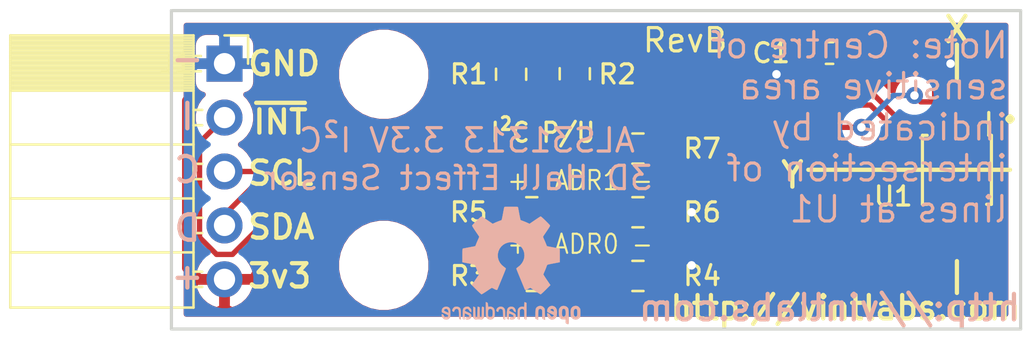
<source format=kicad_pcb>
(kicad_pcb (version 20171130) (host pcbnew 5.1.5)

  (general
    (thickness 1.6)
    (drawings 28)
    (tracks 87)
    (zones 0)
    (modules 13)
    (nets 9)
  )

  (page A4)
  (layers
    (0 F.Cu signal)
    (31 B.Cu signal)
    (32 B.Adhes user)
    (33 F.Adhes user)
    (34 B.Paste user)
    (35 F.Paste user)
    (36 B.SilkS user)
    (37 F.SilkS user)
    (38 B.Mask user)
    (39 F.Mask user)
    (40 Dwgs.User user)
    (41 Cmts.User user)
    (42 Eco1.User user)
    (43 Eco2.User user)
    (44 Edge.Cuts user)
    (45 Margin user)
    (46 B.CrtYd user)
    (47 F.CrtYd user)
    (48 B.Fab user)
    (49 F.Fab user)
  )

  (setup
    (last_trace_width 0.25)
    (user_trace_width 0.4)
    (user_trace_width 0.5)
    (trace_clearance 0.2)
    (zone_clearance 0.5)
    (zone_45_only no)
    (trace_min 0.2)
    (via_size 0.8)
    (via_drill 0.4)
    (via_min_size 0.4)
    (via_min_drill 0.3)
    (uvia_size 0.3)
    (uvia_drill 0.1)
    (uvias_allowed no)
    (uvia_min_size 0.2)
    (uvia_min_drill 0.1)
    (edge_width 0.15)
    (segment_width 0.2)
    (pcb_text_width 0.3)
    (pcb_text_size 1.5 1.5)
    (mod_edge_width 0.15)
    (mod_text_size 1.2 1.2)
    (mod_text_width 0.2)
    (pad_size 1.524 1.524)
    (pad_drill 0.762)
    (pad_to_mask_clearance 0.051)
    (solder_mask_min_width 0.25)
    (aux_axis_origin 0 0)
    (visible_elements FFFFFF7F)
    (pcbplotparams
      (layerselection 0x010fc_ffffffff)
      (usegerberextensions false)
      (usegerberattributes false)
      (usegerberadvancedattributes false)
      (creategerberjobfile false)
      (excludeedgelayer true)
      (linewidth 0.100000)
      (plotframeref false)
      (viasonmask false)
      (mode 1)
      (useauxorigin false)
      (hpglpennumber 1)
      (hpglpenspeed 20)
      (hpglpendiameter 15.000000)
      (psnegative false)
      (psa4output false)
      (plotreference true)
      (plotvalue true)
      (plotinvisibletext false)
      (padsonsilk false)
      (subtractmaskfromsilk false)
      (outputformat 1)
      (mirror false)
      (drillshape 1)
      (scaleselection 1)
      (outputdirectory ""))
  )

  (net 0 "")
  (net 1 GND)
  (net 2 VCC)
  (net 3 ~INT)
  (net 4 SCL)
  (net 5 SDA)
  (net 6 ADR0)
  (net 7 ADR1)
  (net 8 "Net-(U1-Pad5)")

  (net_class Default "This is the default net class."
    (clearance 0.2)
    (trace_width 0.25)
    (via_dia 0.8)
    (via_drill 0.4)
    (uvia_dia 0.3)
    (uvia_drill 0.1)
    (add_net ADR0)
    (add_net ADR1)
    (add_net GND)
    (add_net "Net-(U1-Pad5)")
    (add_net SCL)
    (add_net SDA)
    (add_net VCC)
    (add_net ~INT)
  )

  (module Package_SO:TSSOP-8_3x3mm_P0.65mm (layer F.Cu) (tedit 5E629CDC) (tstamp 5E3DC00D)
    (at 157 77.5 270)
    (descr "TSSOP8: plastic thin shrink small outline package; 8 leads; body width 3 mm; (see NXP SSOP-TSSOP-VSO-REFLOW.pdf and sot505-1_po.pdf)")
    (tags "SSOP 0.65")
    (path /5E3DFB49)
    (attr smd)
    (fp_text reference U1 (at 1.25 3 180) (layer F.SilkS)
      (effects (font (size 0.9 0.9) (thickness 0.15)))
    )
    (fp_text value ALS31313 (at 0 2.55 270) (layer F.Fab)
      (effects (font (size 1 1) (thickness 0.15)))
    )
    (fp_text user %R (at 0 0 270) (layer F.Fab)
      (effects (font (size 0.9 0.9) (thickness 0.15)))
    )
    (fp_line (start -1.625 -1.5) (end -2.7 -1.5) (layer F.SilkS) (width 0.15))
    (fp_line (start -1.625 1.625) (end 1.625 1.625) (layer F.SilkS) (width 0.15))
    (fp_line (start -1.625 -1.625) (end 1.625 -1.625) (layer F.SilkS) (width 0.15))
    (fp_line (start -1.625 1.625) (end -1.625 1.4) (layer F.SilkS) (width 0.15))
    (fp_line (start 1.625 1.625) (end 1.625 1.4) (layer F.SilkS) (width 0.15))
    (fp_line (start 1.625 -1.625) (end 1.625 -1.4) (layer F.SilkS) (width 0.15))
    (fp_line (start -1.625 -1.625) (end -1.625 -1.5) (layer F.SilkS) (width 0.15))
    (fp_line (start -2.95 1.8) (end 2.95 1.8) (layer F.CrtYd) (width 0.05))
    (fp_line (start -2.95 -1.8) (end 2.95 -1.8) (layer F.CrtYd) (width 0.05))
    (fp_line (start 2.95 -1.8) (end 2.95 1.8) (layer F.CrtYd) (width 0.05))
    (fp_line (start -2.95 -1.8) (end -2.95 1.8) (layer F.CrtYd) (width 0.05))
    (fp_line (start -1.5 -0.5) (end -0.5 -1.5) (layer F.Fab) (width 0.15))
    (fp_line (start -1.5 1.5) (end -1.5 -0.5) (layer F.Fab) (width 0.15))
    (fp_line (start 1.5 1.5) (end -1.5 1.5) (layer F.Fab) (width 0.15))
    (fp_line (start 1.5 -1.5) (end 1.5 1.5) (layer F.Fab) (width 0.15))
    (fp_line (start -0.5 -1.5) (end 1.5 -1.5) (layer F.Fab) (width 0.15))
    (pad 1 smd rect (at -3.2 -0.975 270) (size 1.8 0.4) (layers F.Cu F.Paste F.Mask)
      (net 2 VCC))
    (pad 2 smd rect (at -3.2 -0.325 270) (size 1.8 0.4) (layers F.Cu F.Paste F.Mask)
      (net 6 ADR0))
    (pad 4 smd rect (at -3.2 0.975 270) (size 1.8 0.4) (layers F.Cu F.Paste F.Mask)
      (net 3 ~INT))
    (pad 3 smd rect (at -3.2 0.325 270) (size 1.8 0.4) (layers F.Cu F.Paste F.Mask)
      (net 1 GND))
    (pad 6 smd rect (at 3.2 0.325 270) (size 1.8 0.4) (layers F.Cu F.Paste F.Mask)
      (net 7 ADR1))
    (pad 5 smd rect (at 3.2 0.975 270) (size 1.8 0.4) (layers F.Cu F.Paste F.Mask)
      (net 8 "Net-(U1-Pad5)"))
    (pad 7 smd rect (at 3.2 -0.325 270) (size 1.8 0.4) (layers F.Cu F.Paste F.Mask)
      (net 5 SDA))
    (pad 8 smd rect (at 3.2 -0.975 270) (size 1.8 0.4) (layers F.Cu F.Paste F.Mask)
      (net 4 SCL))
    (model ${KISYS3DMOD}/Package_SO.3dshapes/TSSOP-8_3x3mm_P0.65mm.wrl
      (at (xyz 0 0 0))
      (scale (xyz 1 1 1))
      (rotate (xyz 0 0 0))
    )
  )

  (module Symbol:OSHW-Logo2_7.3x6mm_SilkScreen (layer B.Cu) (tedit 0) (tstamp 5E3DEE42)
    (at 136 82 180)
    (descr "Open Source Hardware Symbol")
    (tags "Logo Symbol OSHW")
    (attr virtual)
    (fp_text reference REF** (at 0 0) (layer B.SilkS) hide
      (effects (font (size 1 1) (thickness 0.15)) (justify mirror))
    )
    (fp_text value OSHW-Logo2_7.3x6mm_SilkScreen (at 0.75 0) (layer B.Fab) hide
      (effects (font (size 1 1) (thickness 0.15)) (justify mirror))
    )
    (fp_poly (pts (xy 0.10391 2.757652) (xy 0.182454 2.757222) (xy 0.239298 2.756058) (xy 0.278105 2.753793)
      (xy 0.302538 2.75006) (xy 0.316262 2.744494) (xy 0.32294 2.736727) (xy 0.326236 2.726395)
      (xy 0.326556 2.725057) (xy 0.331562 2.700921) (xy 0.340829 2.653299) (xy 0.353392 2.587259)
      (xy 0.368287 2.507872) (xy 0.384551 2.420204) (xy 0.385119 2.417125) (xy 0.40141 2.331211)
      (xy 0.416652 2.255304) (xy 0.429861 2.193955) (xy 0.440054 2.151718) (xy 0.446248 2.133145)
      (xy 0.446543 2.132816) (xy 0.464788 2.123747) (xy 0.502405 2.108633) (xy 0.551271 2.090738)
      (xy 0.551543 2.090642) (xy 0.613093 2.067507) (xy 0.685657 2.038035) (xy 0.754057 2.008403)
      (xy 0.757294 2.006938) (xy 0.868702 1.956374) (xy 1.115399 2.12484) (xy 1.191077 2.176197)
      (xy 1.259631 2.222111) (xy 1.317088 2.25997) (xy 1.359476 2.287163) (xy 1.382825 2.301079)
      (xy 1.385042 2.302111) (xy 1.40201 2.297516) (xy 1.433701 2.275345) (xy 1.481352 2.234553)
      (xy 1.546198 2.174095) (xy 1.612397 2.109773) (xy 1.676214 2.046388) (xy 1.733329 1.988549)
      (xy 1.780305 1.939825) (xy 1.813703 1.90379) (xy 1.830085 1.884016) (xy 1.830694 1.882998)
      (xy 1.832505 1.869428) (xy 1.825683 1.847267) (xy 1.80854 1.813522) (xy 1.779393 1.7652)
      (xy 1.736555 1.699308) (xy 1.679448 1.614483) (xy 1.628766 1.539823) (xy 1.583461 1.47286)
      (xy 1.54615 1.417484) (xy 1.519452 1.37758) (xy 1.505985 1.357038) (xy 1.505137 1.355644)
      (xy 1.506781 1.335962) (xy 1.519245 1.297707) (xy 1.540048 1.248111) (xy 1.547462 1.232272)
      (xy 1.579814 1.16171) (xy 1.614328 1.081647) (xy 1.642365 1.012371) (xy 1.662568 0.960955)
      (xy 1.678615 0.921881) (xy 1.687888 0.901459) (xy 1.689041 0.899886) (xy 1.706096 0.897279)
      (xy 1.746298 0.890137) (xy 1.804302 0.879477) (xy 1.874763 0.866315) (xy 1.952335 0.851667)
      (xy 2.031672 0.836551) (xy 2.107431 0.821982) (xy 2.174264 0.808978) (xy 2.226828 0.798555)
      (xy 2.259776 0.79173) (xy 2.267857 0.789801) (xy 2.276205 0.785038) (xy 2.282506 0.774282)
      (xy 2.287045 0.753902) (xy 2.290104 0.720266) (xy 2.291967 0.669745) (xy 2.292918 0.598708)
      (xy 2.29324 0.503524) (xy 2.293257 0.464508) (xy 2.293257 0.147201) (xy 2.217057 0.132161)
      (xy 2.174663 0.124005) (xy 2.1114 0.112101) (xy 2.034962 0.097884) (xy 1.953043 0.08279)
      (xy 1.9304 0.078645) (xy 1.854806 0.063947) (xy 1.788953 0.049495) (xy 1.738366 0.036625)
      (xy 1.708574 0.026678) (xy 1.703612 0.023713) (xy 1.691426 0.002717) (xy 1.673953 -0.037967)
      (xy 1.654577 -0.090322) (xy 1.650734 -0.1016) (xy 1.625339 -0.171523) (xy 1.593817 -0.250418)
      (xy 1.562969 -0.321266) (xy 1.562817 -0.321595) (xy 1.511447 -0.432733) (xy 1.680399 -0.681253)
      (xy 1.849352 -0.929772) (xy 1.632429 -1.147058) (xy 1.566819 -1.211726) (xy 1.506979 -1.268733)
      (xy 1.456267 -1.315033) (xy 1.418046 -1.347584) (xy 1.395675 -1.363343) (xy 1.392466 -1.364343)
      (xy 1.373626 -1.356469) (xy 1.33518 -1.334578) (xy 1.28133 -1.301267) (xy 1.216276 -1.259131)
      (xy 1.14594 -1.211943) (xy 1.074555 -1.16381) (xy 1.010908 -1.121928) (xy 0.959041 -1.088871)
      (xy 0.922995 -1.067218) (xy 0.906867 -1.059543) (xy 0.887189 -1.066037) (xy 0.849875 -1.08315)
      (xy 0.802621 -1.107326) (xy 0.797612 -1.110013) (xy 0.733977 -1.141927) (xy 0.690341 -1.157579)
      (xy 0.663202 -1.157745) (xy 0.649057 -1.143204) (xy 0.648975 -1.143) (xy 0.641905 -1.125779)
      (xy 0.625042 -1.084899) (xy 0.599695 -1.023525) (xy 0.567171 -0.944819) (xy 0.528778 -0.851947)
      (xy 0.485822 -0.748072) (xy 0.444222 -0.647502) (xy 0.398504 -0.536516) (xy 0.356526 -0.433703)
      (xy 0.319548 -0.342215) (xy 0.288827 -0.265201) (xy 0.265622 -0.205815) (xy 0.25119 -0.167209)
      (xy 0.246743 -0.1528) (xy 0.257896 -0.136272) (xy 0.287069 -0.10993) (xy 0.325971 -0.080887)
      (xy 0.436757 0.010961) (xy 0.523351 0.116241) (xy 0.584716 0.232734) (xy 0.619815 0.358224)
      (xy 0.627608 0.490493) (xy 0.621943 0.551543) (xy 0.591078 0.678205) (xy 0.53792 0.790059)
      (xy 0.465767 0.885999) (xy 0.377917 0.964924) (xy 0.277665 1.02573) (xy 0.16831 1.067313)
      (xy 0.053147 1.088572) (xy -0.064525 1.088401) (xy -0.18141 1.065699) (xy -0.294211 1.019362)
      (xy -0.399631 0.948287) (xy -0.443632 0.908089) (xy -0.528021 0.804871) (xy -0.586778 0.692075)
      (xy -0.620296 0.57299) (xy -0.628965 0.450905) (xy -0.613177 0.329107) (xy -0.573322 0.210884)
      (xy -0.509793 0.099525) (xy -0.422979 -0.001684) (xy -0.325971 -0.080887) (xy -0.285563 -0.111162)
      (xy -0.257018 -0.137219) (xy -0.246743 -0.152825) (xy -0.252123 -0.169843) (xy -0.267425 -0.2105)
      (xy -0.291388 -0.271642) (xy -0.322756 -0.350119) (xy -0.360268 -0.44278) (xy -0.402667 -0.546472)
      (xy -0.444337 -0.647526) (xy -0.49031 -0.758607) (xy -0.532893 -0.861541) (xy -0.570779 -0.953165)
      (xy -0.60266 -1.030316) (xy -0.627229 -1.089831) (xy -0.64318 -1.128544) (xy -0.64909 -1.143)
      (xy -0.663052 -1.157685) (xy -0.69006 -1.157642) (xy -0.733587 -1.142099) (xy -0.79711 -1.110284)
      (xy -0.797612 -1.110013) (xy -0.84544 -1.085323) (xy -0.884103 -1.067338) (xy -0.905905 -1.059614)
      (xy -0.906867 -1.059543) (xy -0.923279 -1.067378) (xy -0.959513 -1.089165) (xy -1.011526 -1.122328)
      (xy -1.075275 -1.164291) (xy -1.14594 -1.211943) (xy -1.217884 -1.260191) (xy -1.282726 -1.302151)
      (xy -1.336265 -1.335227) (xy -1.374303 -1.356821) (xy -1.392467 -1.364343) (xy -1.409192 -1.354457)
      (xy -1.44282 -1.326826) (xy -1.48999 -1.284495) (xy -1.547342 -1.230505) (xy -1.611516 -1.167899)
      (xy -1.632503 -1.146983) (xy -1.849501 -0.929623) (xy -1.684332 -0.68722) (xy -1.634136 -0.612781)
      (xy -1.590081 -0.545972) (xy -1.554638 -0.490665) (xy -1.530281 -0.450729) (xy -1.519478 -0.430036)
      (xy -1.519162 -0.428563) (xy -1.524857 -0.409058) (xy -1.540174 -0.369822) (xy -1.562463 -0.31743)
      (xy -1.578107 -0.282355) (xy -1.607359 -0.215201) (xy -1.634906 -0.147358) (xy -1.656263 -0.090034)
      (xy -1.662065 -0.072572) (xy -1.678548 -0.025938) (xy -1.69466 0.010095) (xy -1.70351 0.023713)
      (xy -1.72304 0.032048) (xy -1.765666 0.043863) (xy -1.825855 0.057819) (xy -1.898078 0.072578)
      (xy -1.9304 0.078645) (xy -2.012478 0.093727) (xy -2.091205 0.108331) (xy -2.158891 0.12102)
      (xy -2.20784 0.130358) (xy -2.217057 0.132161) (xy -2.293257 0.147201) (xy -2.293257 0.464508)
      (xy -2.293086 0.568846) (xy -2.292384 0.647787) (xy -2.290866 0.704962) (xy -2.288251 0.744001)
      (xy -2.284254 0.768535) (xy -2.278591 0.782195) (xy -2.27098 0.788611) (xy -2.267857 0.789801)
      (xy -2.249022 0.79402) (xy -2.207412 0.802438) (xy -2.14837 0.814039) (xy -2.077243 0.827805)
      (xy -1.999375 0.84272) (xy -1.920113 0.857768) (xy -1.844802 0.871931) (xy -1.778787 0.884194)
      (xy -1.727413 0.893539) (xy -1.696025 0.89895) (xy -1.689041 0.899886) (xy -1.682715 0.912404)
      (xy -1.66871 0.945754) (xy -1.649645 0.993623) (xy -1.642366 1.012371) (xy -1.613004 1.084805)
      (xy -1.578429 1.16483) (xy -1.547463 1.232272) (xy -1.524677 1.283841) (xy -1.509518 1.326215)
      (xy -1.504458 1.352166) (xy -1.505264 1.355644) (xy -1.515959 1.372064) (xy -1.54038 1.408583)
      (xy -1.575905 1.461313) (xy -1.619913 1.526365) (xy -1.669783 1.599849) (xy -1.679644 1.614355)
      (xy -1.737508 1.700296) (xy -1.780044 1.765739) (xy -1.808946 1.813696) (xy -1.82591 1.84718)
      (xy -1.832633 1.869205) (xy -1.83081 1.882783) (xy -1.830764 1.882869) (xy -1.816414 1.900703)
      (xy -1.784677 1.935183) (xy -1.73899 1.982732) (xy -1.682796 2.039778) (xy -1.619532 2.102745)
      (xy -1.612398 2.109773) (xy -1.53267 2.18698) (xy -1.471143 2.24367) (xy -1.426579 2.28089)
      (xy -1.397743 2.299685) (xy -1.385042 2.302111) (xy -1.366506 2.291529) (xy -1.328039 2.267084)
      (xy -1.273614 2.231388) (xy -1.207202 2.187053) (xy -1.132775 2.136689) (xy -1.115399 2.12484)
      (xy -0.868703 1.956374) (xy -0.757294 2.006938) (xy -0.689543 2.036405) (xy -0.616817 2.066041)
      (xy -0.554297 2.08967) (xy -0.551543 2.090642) (xy -0.50264 2.108543) (xy -0.464943 2.12368)
      (xy -0.446575 2.13279) (xy -0.446544 2.132816) (xy -0.440715 2.149283) (xy -0.430808 2.189781)
      (xy -0.417805 2.249758) (xy -0.402691 2.32466) (xy -0.386448 2.409936) (xy -0.385119 2.417125)
      (xy -0.368825 2.504986) (xy -0.353867 2.58474) (xy -0.341209 2.651319) (xy -0.331814 2.699653)
      (xy -0.326646 2.724675) (xy -0.326556 2.725057) (xy -0.323411 2.735701) (xy -0.317296 2.743738)
      (xy -0.304547 2.749533) (xy -0.2815 2.753453) (xy -0.244491 2.755865) (xy -0.189856 2.757135)
      (xy -0.113933 2.757629) (xy -0.013056 2.757714) (xy 0 2.757714) (xy 0.10391 2.757652)) (layer B.SilkS) (width 0.01))
    (fp_poly (pts (xy 3.153595 -1.966966) (xy 3.211021 -2.004497) (xy 3.238719 -2.038096) (xy 3.260662 -2.099064)
      (xy 3.262405 -2.147308) (xy 3.258457 -2.211816) (xy 3.109686 -2.276934) (xy 3.037349 -2.310202)
      (xy 2.990084 -2.336964) (xy 2.965507 -2.360144) (xy 2.961237 -2.382667) (xy 2.974889 -2.407455)
      (xy 2.989943 -2.423886) (xy 3.033746 -2.450235) (xy 3.081389 -2.452081) (xy 3.125145 -2.431546)
      (xy 3.157289 -2.390752) (xy 3.163038 -2.376347) (xy 3.190576 -2.331356) (xy 3.222258 -2.312182)
      (xy 3.265714 -2.295779) (xy 3.265714 -2.357966) (xy 3.261872 -2.400283) (xy 3.246823 -2.435969)
      (xy 3.21528 -2.476943) (xy 3.210592 -2.482267) (xy 3.175506 -2.51872) (xy 3.145347 -2.538283)
      (xy 3.107615 -2.547283) (xy 3.076335 -2.55023) (xy 3.020385 -2.550965) (xy 2.980555 -2.54166)
      (xy 2.955708 -2.527846) (xy 2.916656 -2.497467) (xy 2.889625 -2.464613) (xy 2.872517 -2.423294)
      (xy 2.863238 -2.367521) (xy 2.859693 -2.291305) (xy 2.85941 -2.252622) (xy 2.860372 -2.206247)
      (xy 2.948007 -2.206247) (xy 2.949023 -2.231126) (xy 2.951556 -2.2352) (xy 2.968274 -2.229665)
      (xy 3.004249 -2.215017) (xy 3.052331 -2.19419) (xy 3.062386 -2.189714) (xy 3.123152 -2.158814)
      (xy 3.156632 -2.131657) (xy 3.16399 -2.10622) (xy 3.146391 -2.080481) (xy 3.131856 -2.069109)
      (xy 3.07941 -2.046364) (xy 3.030322 -2.050122) (xy 2.989227 -2.077884) (xy 2.960758 -2.127152)
      (xy 2.951631 -2.166257) (xy 2.948007 -2.206247) (xy 2.860372 -2.206247) (xy 2.861285 -2.162249)
      (xy 2.868196 -2.095384) (xy 2.881884 -2.046695) (xy 2.904096 -2.010849) (xy 2.936574 -1.982513)
      (xy 2.950733 -1.973355) (xy 3.015053 -1.949507) (xy 3.085473 -1.948006) (xy 3.153595 -1.966966)) (layer B.SilkS) (width 0.01))
    (fp_poly (pts (xy 2.6526 -1.958752) (xy 2.669948 -1.966334) (xy 2.711356 -1.999128) (xy 2.746765 -2.046547)
      (xy 2.768664 -2.097151) (xy 2.772229 -2.122098) (xy 2.760279 -2.156927) (xy 2.734067 -2.175357)
      (xy 2.705964 -2.186516) (xy 2.693095 -2.188572) (xy 2.686829 -2.173649) (xy 2.674456 -2.141175)
      (xy 2.669028 -2.126502) (xy 2.63859 -2.075744) (xy 2.59452 -2.050427) (xy 2.53801 -2.051206)
      (xy 2.533825 -2.052203) (xy 2.503655 -2.066507) (xy 2.481476 -2.094393) (xy 2.466327 -2.139287)
      (xy 2.45725 -2.204615) (xy 2.453286 -2.293804) (xy 2.452914 -2.341261) (xy 2.45273 -2.416071)
      (xy 2.451522 -2.467069) (xy 2.448309 -2.499471) (xy 2.442109 -2.518495) (xy 2.43194 -2.529356)
      (xy 2.416819 -2.537272) (xy 2.415946 -2.53767) (xy 2.386828 -2.549981) (xy 2.372403 -2.554514)
      (xy 2.370186 -2.540809) (xy 2.368289 -2.502925) (xy 2.366847 -2.445715) (xy 2.365998 -2.374027)
      (xy 2.365829 -2.321565) (xy 2.366692 -2.220047) (xy 2.37007 -2.143032) (xy 2.377142 -2.086023)
      (xy 2.389088 -2.044526) (xy 2.40709 -2.014043) (xy 2.432327 -1.99008) (xy 2.457247 -1.973355)
      (xy 2.517171 -1.951097) (xy 2.586911 -1.946076) (xy 2.6526 -1.958752)) (layer B.SilkS) (width 0.01))
    (fp_poly (pts (xy 2.144876 -1.956335) (xy 2.186667 -1.975344) (xy 2.219469 -1.998378) (xy 2.243503 -2.024133)
      (xy 2.260097 -2.057358) (xy 2.270577 -2.1028) (xy 2.276271 -2.165207) (xy 2.278507 -2.249327)
      (xy 2.278743 -2.304721) (xy 2.278743 -2.520826) (xy 2.241774 -2.53767) (xy 2.212656 -2.549981)
      (xy 2.198231 -2.554514) (xy 2.195472 -2.541025) (xy 2.193282 -2.504653) (xy 2.191942 -2.451542)
      (xy 2.191657 -2.409372) (xy 2.190434 -2.348447) (xy 2.187136 -2.300115) (xy 2.182321 -2.270518)
      (xy 2.178496 -2.264229) (xy 2.152783 -2.270652) (xy 2.112418 -2.287125) (xy 2.065679 -2.309458)
      (xy 2.020845 -2.333457) (xy 1.986193 -2.35493) (xy 1.970002 -2.369685) (xy 1.969938 -2.369845)
      (xy 1.97133 -2.397152) (xy 1.983818 -2.423219) (xy 2.005743 -2.444392) (xy 2.037743 -2.451474)
      (xy 2.065092 -2.450649) (xy 2.103826 -2.450042) (xy 2.124158 -2.459116) (xy 2.136369 -2.483092)
      (xy 2.137909 -2.487613) (xy 2.143203 -2.521806) (xy 2.129047 -2.542568) (xy 2.092148 -2.552462)
      (xy 2.052289 -2.554292) (xy 1.980562 -2.540727) (xy 1.943432 -2.521355) (xy 1.897576 -2.475845)
      (xy 1.873256 -2.419983) (xy 1.871073 -2.360957) (xy 1.891629 -2.305953) (xy 1.922549 -2.271486)
      (xy 1.95342 -2.252189) (xy 2.001942 -2.227759) (xy 2.058485 -2.202985) (xy 2.06791 -2.199199)
      (xy 2.130019 -2.171791) (xy 2.165822 -2.147634) (xy 2.177337 -2.123619) (xy 2.16658 -2.096635)
      (xy 2.148114 -2.075543) (xy 2.104469 -2.049572) (xy 2.056446 -2.047624) (xy 2.012406 -2.067637)
      (xy 1.980709 -2.107551) (xy 1.976549 -2.117848) (xy 1.952327 -2.155724) (xy 1.916965 -2.183842)
      (xy 1.872343 -2.206917) (xy 1.872343 -2.141485) (xy 1.874969 -2.101506) (xy 1.88623 -2.069997)
      (xy 1.911199 -2.036378) (xy 1.935169 -2.010484) (xy 1.972441 -1.973817) (xy 2.001401 -1.954121)
      (xy 2.032505 -1.94622) (xy 2.067713 -1.944914) (xy 2.144876 -1.956335)) (layer B.SilkS) (width 0.01))
    (fp_poly (pts (xy 1.779833 -1.958663) (xy 1.782048 -1.99685) (xy 1.783784 -2.054886) (xy 1.784899 -2.12818)
      (xy 1.785257 -2.205055) (xy 1.785257 -2.465196) (xy 1.739326 -2.511127) (xy 1.707675 -2.539429)
      (xy 1.67989 -2.550893) (xy 1.641915 -2.550168) (xy 1.62684 -2.548321) (xy 1.579726 -2.542948)
      (xy 1.540756 -2.539869) (xy 1.531257 -2.539585) (xy 1.499233 -2.541445) (xy 1.453432 -2.546114)
      (xy 1.435674 -2.548321) (xy 1.392057 -2.551735) (xy 1.362745 -2.54432) (xy 1.33368 -2.521427)
      (xy 1.323188 -2.511127) (xy 1.277257 -2.465196) (xy 1.277257 -1.978602) (xy 1.314226 -1.961758)
      (xy 1.346059 -1.949282) (xy 1.364683 -1.944914) (xy 1.369458 -1.958718) (xy 1.373921 -1.997286)
      (xy 1.377775 -2.056356) (xy 1.380722 -2.131663) (xy 1.382143 -2.195286) (xy 1.386114 -2.445657)
      (xy 1.420759 -2.450556) (xy 1.452268 -2.447131) (xy 1.467708 -2.436041) (xy 1.472023 -2.415308)
      (xy 1.475708 -2.371145) (xy 1.478469 -2.309146) (xy 1.480012 -2.234909) (xy 1.480235 -2.196706)
      (xy 1.480457 -1.976783) (xy 1.526166 -1.960849) (xy 1.558518 -1.950015) (xy 1.576115 -1.944962)
      (xy 1.576623 -1.944914) (xy 1.578388 -1.958648) (xy 1.580329 -1.99673) (xy 1.582282 -2.054482)
      (xy 1.584084 -2.127227) (xy 1.585343 -2.195286) (xy 1.589314 -2.445657) (xy 1.6764 -2.445657)
      (xy 1.680396 -2.21724) (xy 1.684392 -1.988822) (xy 1.726847 -1.966868) (xy 1.758192 -1.951793)
      (xy 1.776744 -1.944951) (xy 1.777279 -1.944914) (xy 1.779833 -1.958663)) (layer B.SilkS) (width 0.01))
    (fp_poly (pts (xy 1.190117 -2.065358) (xy 1.189933 -2.173837) (xy 1.189219 -2.257287) (xy 1.187675 -2.319704)
      (xy 1.185001 -2.365085) (xy 1.180894 -2.397429) (xy 1.175055 -2.420733) (xy 1.167182 -2.438995)
      (xy 1.161221 -2.449418) (xy 1.111855 -2.505945) (xy 1.049264 -2.541377) (xy 0.980013 -2.55409)
      (xy 0.910668 -2.542463) (xy 0.869375 -2.521568) (xy 0.826025 -2.485422) (xy 0.796481 -2.441276)
      (xy 0.778655 -2.383462) (xy 0.770463 -2.306313) (xy 0.769302 -2.249714) (xy 0.769458 -2.245647)
      (xy 0.870857 -2.245647) (xy 0.871476 -2.31055) (xy 0.874314 -2.353514) (xy 0.88084 -2.381622)
      (xy 0.892523 -2.401953) (xy 0.906483 -2.417288) (xy 0.953365 -2.44689) (xy 1.003701 -2.449419)
      (xy 1.051276 -2.424705) (xy 1.054979 -2.421356) (xy 1.070783 -2.403935) (xy 1.080693 -2.383209)
      (xy 1.086058 -2.352362) (xy 1.088228 -2.304577) (xy 1.088571 -2.251748) (xy 1.087827 -2.185381)
      (xy 1.084748 -2.141106) (xy 1.078061 -2.112009) (xy 1.066496 -2.091173) (xy 1.057013 -2.080107)
      (xy 1.01296 -2.052198) (xy 0.962224 -2.048843) (xy 0.913796 -2.070159) (xy 0.90445 -2.078073)
      (xy 0.88854 -2.095647) (xy 0.87861 -2.116587) (xy 0.873278 -2.147782) (xy 0.871163 -2.196122)
      (xy 0.870857 -2.245647) (xy 0.769458 -2.245647) (xy 0.77281 -2.158568) (xy 0.784726 -2.090086)
      (xy 0.807135 -2.0386) (xy 0.842124 -1.998443) (xy 0.869375 -1.977861) (xy 0.918907 -1.955625)
      (xy 0.976316 -1.945304) (xy 1.029682 -1.948067) (xy 1.059543 -1.959212) (xy 1.071261 -1.962383)
      (xy 1.079037 -1.950557) (xy 1.084465 -1.918866) (xy 1.088571 -1.870593) (xy 1.093067 -1.816829)
      (xy 1.099313 -1.784482) (xy 1.110676 -1.765985) (xy 1.130528 -1.75377) (xy 1.143 -1.748362)
      (xy 1.190171 -1.728601) (xy 1.190117 -2.065358)) (layer B.SilkS) (width 0.01))
    (fp_poly (pts (xy 0.529926 -1.949755) (xy 0.595858 -1.974084) (xy 0.649273 -2.017117) (xy 0.670164 -2.047409)
      (xy 0.692939 -2.102994) (xy 0.692466 -2.143186) (xy 0.668562 -2.170217) (xy 0.659717 -2.174813)
      (xy 0.62153 -2.189144) (xy 0.602028 -2.185472) (xy 0.595422 -2.161407) (xy 0.595086 -2.148114)
      (xy 0.582992 -2.09921) (xy 0.551471 -2.064999) (xy 0.507659 -2.048476) (xy 0.458695 -2.052634)
      (xy 0.418894 -2.074227) (xy 0.40545 -2.086544) (xy 0.395921 -2.101487) (xy 0.389485 -2.124075)
      (xy 0.385317 -2.159328) (xy 0.382597 -2.212266) (xy 0.380502 -2.287907) (xy 0.37996 -2.311857)
      (xy 0.377981 -2.39379) (xy 0.375731 -2.451455) (xy 0.372357 -2.489608) (xy 0.367006 -2.513004)
      (xy 0.358824 -2.526398) (xy 0.346959 -2.534545) (xy 0.339362 -2.538144) (xy 0.307102 -2.550452)
      (xy 0.288111 -2.554514) (xy 0.281836 -2.540948) (xy 0.278006 -2.499934) (xy 0.2766 -2.430999)
      (xy 0.277598 -2.333669) (xy 0.277908 -2.318657) (xy 0.280101 -2.229859) (xy 0.282693 -2.165019)
      (xy 0.286382 -2.119067) (xy 0.291864 -2.086935) (xy 0.299835 -2.063553) (xy 0.310993 -2.043852)
      (xy 0.31683 -2.03541) (xy 0.350296 -1.998057) (xy 0.387727 -1.969003) (xy 0.392309 -1.966467)
      (xy 0.459426 -1.946443) (xy 0.529926 -1.949755)) (layer B.SilkS) (width 0.01))
    (fp_poly (pts (xy 0.039744 -1.950968) (xy 0.096616 -1.972087) (xy 0.097267 -1.972493) (xy 0.13244 -1.99838)
      (xy 0.158407 -2.028633) (xy 0.17667 -2.068058) (xy 0.188732 -2.121462) (xy 0.196096 -2.193651)
      (xy 0.200264 -2.289432) (xy 0.200629 -2.303078) (xy 0.205876 -2.508842) (xy 0.161716 -2.531678)
      (xy 0.129763 -2.54711) (xy 0.11047 -2.554423) (xy 0.109578 -2.554514) (xy 0.106239 -2.541022)
      (xy 0.103587 -2.504626) (xy 0.101956 -2.451452) (xy 0.1016 -2.408393) (xy 0.101592 -2.338641)
      (xy 0.098403 -2.294837) (xy 0.087288 -2.273944) (xy 0.063501 -2.272925) (xy 0.022296 -2.288741)
      (xy -0.039914 -2.317815) (xy -0.085659 -2.341963) (xy -0.109187 -2.362913) (xy -0.116104 -2.385747)
      (xy -0.116114 -2.386877) (xy -0.104701 -2.426212) (xy -0.070908 -2.447462) (xy -0.019191 -2.450539)
      (xy 0.018061 -2.450006) (xy 0.037703 -2.460735) (xy 0.049952 -2.486505) (xy 0.057002 -2.519337)
      (xy 0.046842 -2.537966) (xy 0.043017 -2.540632) (xy 0.007001 -2.55134) (xy -0.043434 -2.552856)
      (xy -0.095374 -2.545759) (xy -0.132178 -2.532788) (xy -0.183062 -2.489585) (xy -0.211986 -2.429446)
      (xy -0.217714 -2.382462) (xy -0.213343 -2.340082) (xy -0.197525 -2.305488) (xy -0.166203 -2.274763)
      (xy -0.115322 -2.24399) (xy -0.040824 -2.209252) (xy -0.036286 -2.207288) (xy 0.030821 -2.176287)
      (xy 0.072232 -2.150862) (xy 0.089981 -2.128014) (xy 0.086107 -2.104745) (xy 0.062643 -2.078056)
      (xy 0.055627 -2.071914) (xy 0.00863 -2.0481) (xy -0.040067 -2.049103) (xy -0.082478 -2.072451)
      (xy -0.110616 -2.115675) (xy -0.113231 -2.12416) (xy -0.138692 -2.165308) (xy -0.170999 -2.185128)
      (xy -0.217714 -2.20477) (xy -0.217714 -2.15395) (xy -0.203504 -2.080082) (xy -0.161325 -2.012327)
      (xy -0.139376 -1.989661) (xy -0.089483 -1.960569) (xy -0.026033 -1.9474) (xy 0.039744 -1.950968)) (layer B.SilkS) (width 0.01))
    (fp_poly (pts (xy -0.624114 -1.851289) (xy -0.619861 -1.910613) (xy -0.614975 -1.945572) (xy -0.608205 -1.96082)
      (xy -0.598298 -1.961015) (xy -0.595086 -1.959195) (xy -0.552356 -1.946015) (xy -0.496773 -1.946785)
      (xy -0.440263 -1.960333) (xy -0.404918 -1.977861) (xy -0.368679 -2.005861) (xy -0.342187 -2.037549)
      (xy -0.324001 -2.077813) (xy -0.312678 -2.131543) (xy -0.306778 -2.203626) (xy -0.304857 -2.298951)
      (xy -0.304823 -2.317237) (xy -0.3048 -2.522646) (xy -0.350509 -2.53858) (xy -0.382973 -2.54942)
      (xy -0.400785 -2.554468) (xy -0.401309 -2.554514) (xy -0.403063 -2.540828) (xy -0.404556 -2.503076)
      (xy -0.405674 -2.446224) (xy -0.406303 -2.375234) (xy -0.4064 -2.332073) (xy -0.406602 -2.246973)
      (xy -0.407642 -2.185981) (xy -0.410169 -2.144177) (xy -0.414836 -2.116642) (xy -0.422293 -2.098456)
      (xy -0.433189 -2.084698) (xy -0.439993 -2.078073) (xy -0.486728 -2.051375) (xy -0.537728 -2.049375)
      (xy -0.583999 -2.071955) (xy -0.592556 -2.080107) (xy -0.605107 -2.095436) (xy -0.613812 -2.113618)
      (xy -0.619369 -2.139909) (xy -0.622474 -2.179562) (xy -0.623824 -2.237832) (xy -0.624114 -2.318173)
      (xy -0.624114 -2.522646) (xy -0.669823 -2.53858) (xy -0.702287 -2.54942) (xy -0.720099 -2.554468)
      (xy -0.720623 -2.554514) (xy -0.721963 -2.540623) (xy -0.723172 -2.501439) (xy -0.724199 -2.4407)
      (xy -0.724998 -2.362141) (xy -0.725519 -2.269498) (xy -0.725714 -2.166509) (xy -0.725714 -1.769342)
      (xy -0.678543 -1.749444) (xy -0.631371 -1.729547) (xy -0.624114 -1.851289)) (layer B.SilkS) (width 0.01))
    (fp_poly (pts (xy -1.831697 -1.931239) (xy -1.774473 -1.969735) (xy -1.730251 -2.025335) (xy -1.703833 -2.096086)
      (xy -1.69849 -2.148162) (xy -1.699097 -2.169893) (xy -1.704178 -2.186531) (xy -1.718145 -2.201437)
      (xy -1.745411 -2.217973) (xy -1.790388 -2.239498) (xy -1.857489 -2.269374) (xy -1.857829 -2.269524)
      (xy -1.919593 -2.297813) (xy -1.970241 -2.322933) (xy -2.004596 -2.342179) (xy -2.017482 -2.352848)
      (xy -2.017486 -2.352934) (xy -2.006128 -2.376166) (xy -1.979569 -2.401774) (xy -1.949077 -2.420221)
      (xy -1.93363 -2.423886) (xy -1.891485 -2.411212) (xy -1.855192 -2.379471) (xy -1.837483 -2.344572)
      (xy -1.820448 -2.318845) (xy -1.787078 -2.289546) (xy -1.747851 -2.264235) (xy -1.713244 -2.250471)
      (xy -1.706007 -2.249714) (xy -1.697861 -2.26216) (xy -1.69737 -2.293972) (xy -1.703357 -2.336866)
      (xy -1.714643 -2.382558) (xy -1.73005 -2.422761) (xy -1.730829 -2.424322) (xy -1.777196 -2.489062)
      (xy -1.837289 -2.533097) (xy -1.905535 -2.554711) (xy -1.976362 -2.552185) (xy -2.044196 -2.523804)
      (xy -2.047212 -2.521808) (xy -2.100573 -2.473448) (xy -2.13566 -2.410352) (xy -2.155078 -2.327387)
      (xy -2.157684 -2.304078) (xy -2.162299 -2.194055) (xy -2.156767 -2.142748) (xy -2.017486 -2.142748)
      (xy -2.015676 -2.174753) (xy -2.005778 -2.184093) (xy -1.981102 -2.177105) (xy -1.942205 -2.160587)
      (xy -1.898725 -2.139881) (xy -1.897644 -2.139333) (xy -1.860791 -2.119949) (xy -1.846 -2.107013)
      (xy -1.849647 -2.093451) (xy -1.865005 -2.075632) (xy -1.904077 -2.049845) (xy -1.946154 -2.04795)
      (xy -1.983897 -2.066717) (xy -2.009966 -2.102915) (xy -2.017486 -2.142748) (xy -2.156767 -2.142748)
      (xy -2.152806 -2.106027) (xy -2.12845 -2.036212) (xy -2.094544 -1.987302) (xy -2.033347 -1.937878)
      (xy -1.965937 -1.913359) (xy -1.89712 -1.911797) (xy -1.831697 -1.931239)) (layer B.SilkS) (width 0.01))
    (fp_poly (pts (xy -2.958885 -1.921962) (xy -2.890855 -1.957733) (xy -2.840649 -2.015301) (xy -2.822815 -2.052312)
      (xy -2.808937 -2.107882) (xy -2.801833 -2.178096) (xy -2.80116 -2.254727) (xy -2.806573 -2.329552)
      (xy -2.81773 -2.394342) (xy -2.834286 -2.440873) (xy -2.839374 -2.448887) (xy -2.899645 -2.508707)
      (xy -2.971231 -2.544535) (xy -3.048908 -2.55502) (xy -3.127452 -2.53881) (xy -3.149311 -2.529092)
      (xy -3.191878 -2.499143) (xy -3.229237 -2.459433) (xy -3.232768 -2.454397) (xy -3.247119 -2.430124)
      (xy -3.256606 -2.404178) (xy -3.26221 -2.370022) (xy -3.264914 -2.321119) (xy -3.265701 -2.250935)
      (xy -3.265714 -2.2352) (xy -3.265678 -2.230192) (xy -3.120571 -2.230192) (xy -3.119727 -2.29643)
      (xy -3.116404 -2.340386) (xy -3.109417 -2.368779) (xy -3.097584 -2.388325) (xy -3.091543 -2.394857)
      (xy -3.056814 -2.41968) (xy -3.023097 -2.418548) (xy -2.989005 -2.397016) (xy -2.968671 -2.374029)
      (xy -2.956629 -2.340478) (xy -2.949866 -2.287569) (xy -2.949402 -2.281399) (xy -2.948248 -2.185513)
      (xy -2.960312 -2.114299) (xy -2.98543 -2.068194) (xy -3.02344 -2.047635) (xy -3.037008 -2.046514)
      (xy -3.072636 -2.052152) (xy -3.097006 -2.071686) (xy -3.111907 -2.109042) (xy -3.119125 -2.16815)
      (xy -3.120571 -2.230192) (xy -3.265678 -2.230192) (xy -3.265174 -2.160413) (xy -3.262904 -2.108159)
      (xy -3.257932 -2.071949) (xy -3.249287 -2.045299) (xy -3.235995 -2.021722) (xy -3.233057 -2.017338)
      (xy -3.183687 -1.958249) (xy -3.129891 -1.923947) (xy -3.064398 -1.910331) (xy -3.042158 -1.909665)
      (xy -2.958885 -1.921962)) (layer B.SilkS) (width 0.01))
    (fp_poly (pts (xy -1.283907 -1.92778) (xy -1.237328 -1.954723) (xy -1.204943 -1.981466) (xy -1.181258 -2.009484)
      (xy -1.164941 -2.043748) (xy -1.154661 -2.089227) (xy -1.149086 -2.150892) (xy -1.146884 -2.233711)
      (xy -1.146629 -2.293246) (xy -1.146629 -2.512391) (xy -1.208314 -2.540044) (xy -1.27 -2.567697)
      (xy -1.277257 -2.32767) (xy -1.280256 -2.238028) (xy -1.283402 -2.172962) (xy -1.287299 -2.128026)
      (xy -1.292553 -2.09877) (xy -1.299769 -2.080748) (xy -1.30955 -2.069511) (xy -1.312688 -2.067079)
      (xy -1.360239 -2.048083) (xy -1.408303 -2.0556) (xy -1.436914 -2.075543) (xy -1.448553 -2.089675)
      (xy -1.456609 -2.10822) (xy -1.461729 -2.136334) (xy -1.464559 -2.179173) (xy -1.465744 -2.241895)
      (xy -1.465943 -2.307261) (xy -1.465982 -2.389268) (xy -1.467386 -2.447316) (xy -1.472086 -2.486465)
      (xy -1.482013 -2.51178) (xy -1.499097 -2.528323) (xy -1.525268 -2.541156) (xy -1.560225 -2.554491)
      (xy -1.598404 -2.569007) (xy -1.593859 -2.311389) (xy -1.592029 -2.218519) (xy -1.589888 -2.149889)
      (xy -1.586819 -2.100711) (xy -1.582206 -2.066198) (xy -1.575432 -2.041562) (xy -1.565881 -2.022016)
      (xy -1.554366 -2.00477) (xy -1.49881 -1.94968) (xy -1.43102 -1.917822) (xy -1.357287 -1.910191)
      (xy -1.283907 -1.92778)) (layer B.SilkS) (width 0.01))
    (fp_poly (pts (xy -2.400256 -1.919918) (xy -2.344799 -1.947568) (xy -2.295852 -1.99848) (xy -2.282371 -2.017338)
      (xy -2.267686 -2.042015) (xy -2.258158 -2.068816) (xy -2.252707 -2.104587) (xy -2.250253 -2.156169)
      (xy -2.249714 -2.224267) (xy -2.252148 -2.317588) (xy -2.260606 -2.387657) (xy -2.276826 -2.439931)
      (xy -2.302546 -2.479869) (xy -2.339503 -2.512929) (xy -2.342218 -2.514886) (xy -2.37864 -2.534908)
      (xy -2.422498 -2.544815) (xy -2.478276 -2.547257) (xy -2.568952 -2.547257) (xy -2.56899 -2.635283)
      (xy -2.569834 -2.684308) (xy -2.574976 -2.713065) (xy -2.588413 -2.730311) (xy -2.614142 -2.744808)
      (xy -2.620321 -2.747769) (xy -2.649236 -2.761648) (xy -2.671624 -2.770414) (xy -2.688271 -2.771171)
      (xy -2.699964 -2.761023) (xy -2.70749 -2.737073) (xy -2.711634 -2.696426) (xy -2.713185 -2.636186)
      (xy -2.712929 -2.553455) (xy -2.711651 -2.445339) (xy -2.711252 -2.413) (xy -2.709815 -2.301524)
      (xy -2.708528 -2.228603) (xy -2.569029 -2.228603) (xy -2.568245 -2.290499) (xy -2.56476 -2.330997)
      (xy -2.556876 -2.357708) (xy -2.542895 -2.378244) (xy -2.533403 -2.38826) (xy -2.494596 -2.417567)
      (xy -2.460237 -2.419952) (xy -2.424784 -2.39575) (xy -2.423886 -2.394857) (xy -2.409461 -2.376153)
      (xy -2.400687 -2.350732) (xy -2.396261 -2.311584) (xy -2.394882 -2.251697) (xy -2.394857 -2.23843)
      (xy -2.398188 -2.155901) (xy -2.409031 -2.098691) (xy -2.42866 -2.063766) (xy -2.45835 -2.048094)
      (xy -2.475509 -2.046514) (xy -2.516234 -2.053926) (xy -2.544168 -2.07833) (xy -2.560983 -2.12298)
      (xy -2.56835 -2.19113) (xy -2.569029 -2.228603) (xy -2.708528 -2.228603) (xy -2.708292 -2.215245)
      (xy -2.706323 -2.150333) (xy -2.70355 -2.102958) (xy -2.699612 -2.06929) (xy -2.694151 -2.045498)
      (xy -2.686808 -2.027753) (xy -2.677223 -2.012224) (xy -2.673113 -2.006381) (xy -2.618595 -1.951185)
      (xy -2.549664 -1.91989) (xy -2.469928 -1.911165) (xy -2.400256 -1.919918)) (layer B.SilkS) (width 0.01))
  )

  (module Capacitor_SMD:C_0603_1608Metric_Pad1.05x0.95mm_HandSolder (layer F.Cu) (tedit 5B301BBE) (tstamp 5E1EAC21)
    (at 151 72 180)
    (descr "Capacitor SMD 0603 (1608 Metric), square (rectangular) end terminal, IPC_7351 nominal with elongated pad for handsoldering. (Body size source: http://www.tortai-tech.com/upload/download/2011102023233369053.pdf), generated with kicad-footprint-generator")
    (tags "capacitor handsolder")
    (path /5CB4CF87)
    (attr smd)
    (fp_text reference C1 (at 2.75 0 180) (layer F.SilkS)
      (effects (font (size 0.9 0.9) (thickness 0.15)))
    )
    (fp_text value C (at 0 1.65 180) (layer F.Fab)
      (effects (font (size 1 1) (thickness 0.15)))
    )
    (fp_text user %R (at 0 0 180) (layer F.Fab)
      (effects (font (size 0.9 0.9) (thickness 0.15)))
    )
    (fp_line (start 1.65 0.73) (end -1.65 0.73) (layer F.CrtYd) (width 0.05))
    (fp_line (start 1.65 -0.73) (end 1.65 0.73) (layer F.CrtYd) (width 0.05))
    (fp_line (start -1.65 -0.73) (end 1.65 -0.73) (layer F.CrtYd) (width 0.05))
    (fp_line (start -1.65 0.73) (end -1.65 -0.73) (layer F.CrtYd) (width 0.05))
    (fp_line (start -0.171267 0.51) (end 0.171267 0.51) (layer F.SilkS) (width 0.12))
    (fp_line (start -0.171267 -0.51) (end 0.171267 -0.51) (layer F.SilkS) (width 0.12))
    (fp_line (start 0.8 0.4) (end -0.8 0.4) (layer F.Fab) (width 0.1))
    (fp_line (start 0.8 -0.4) (end 0.8 0.4) (layer F.Fab) (width 0.1))
    (fp_line (start -0.8 -0.4) (end 0.8 -0.4) (layer F.Fab) (width 0.1))
    (fp_line (start -0.8 0.4) (end -0.8 -0.4) (layer F.Fab) (width 0.1))
    (pad 2 smd roundrect (at 0.875 0 180) (size 1.05 0.95) (layers F.Cu F.Paste F.Mask) (roundrect_rratio 0.25)
      (net 1 GND))
    (pad 1 smd roundrect (at -0.875 0 180) (size 1.05 0.95) (layers F.Cu F.Paste F.Mask) (roundrect_rratio 0.25)
      (net 2 VCC))
    (model ${KISYS3DMOD}/Capacitor_SMD.3dshapes/C_0603_1608Metric.wrl
      (at (xyz 0 0 0))
      (scale (xyz 1 1 1))
      (rotate (xyz 0 0 0))
    )
  )

  (module MountingHole:MountingHole_3.2mm_M3_DIN965 locked (layer F.Cu) (tedit 56D1B4CB) (tstamp 5E3DCAF2)
    (at 130 73)
    (descr "Mounting Hole 3.2mm, no annular, M3, DIN965")
    (tags "mounting hole 3.2mm no annular m3 din965")
    (attr virtual)
    (fp_text reference REF** (at 0 -3.8) (layer F.SilkS) hide
      (effects (font (size 0.9 0.9) (thickness 0.15)))
    )
    (fp_text value MountingHole_3.2mm_M3_DIN965 (at 0 3.8) (layer F.Fab)
      (effects (font (size 1 1) (thickness 0.15)))
    )
    (fp_text user %R (at 0.3 0) (layer F.Fab)
      (effects (font (size 0.9 0.9) (thickness 0.15)))
    )
    (fp_circle (center 0 0) (end 2.8 0) (layer Cmts.User) (width 0.15))
    (fp_circle (center 0 0) (end 3.05 0) (layer F.CrtYd) (width 0.05))
    (pad 1 np_thru_hole circle (at 0 0) (size 3.2 3.2) (drill 3.2) (layers *.Cu *.Mask))
  )

  (module MountingHole:MountingHole_3.2mm_M3_DIN965 locked (layer F.Cu) (tedit 56D1B4CB) (tstamp 5E3DC57C)
    (at 130 82)
    (descr "Mounting Hole 3.2mm, no annular, M3, DIN965")
    (tags "mounting hole 3.2mm no annular m3 din965")
    (attr virtual)
    (fp_text reference REF** (at 0 -3.8) (layer F.SilkS) hide
      (effects (font (size 0.9 0.9) (thickness 0.15)))
    )
    (fp_text value MountingHole_3.2mm_M3_DIN965 (at 0 3.8) (layer F.Fab)
      (effects (font (size 1 1) (thickness 0.15)))
    )
    (fp_circle (center 0 0) (end 3.05 0) (layer F.CrtYd) (width 0.05))
    (fp_circle (center 0 0) (end 2.8 0) (layer Cmts.User) (width 0.15))
    (fp_text user %R (at 0.3 0) (layer F.Fab)
      (effects (font (size 0.9 0.9) (thickness 0.15)))
    )
    (pad 1 np_thru_hole circle (at 0 0) (size 3.2 3.2) (drill 3.2) (layers *.Cu *.Mask))
  )

  (module Resistor_SMD:R_0805_2012Metric_Pad1.15x1.40mm_HandSolder (layer F.Cu) (tedit 5B36C52B) (tstamp 5E3DBFF0)
    (at 141.975 76.5)
    (descr "Resistor SMD 0805 (2012 Metric), square (rectangular) end terminal, IPC_7351 nominal with elongated pad for handsoldering. (Body size source: https://docs.google.com/spreadsheets/d/1BsfQQcO9C6DZCsRaXUlFlo91Tg2WpOkGARC1WS5S8t0/edit?usp=sharing), generated with kicad-footprint-generator")
    (tags "resistor handsolder")
    (path /5E3EB2D4)
    (attr smd)
    (fp_text reference R7 (at 3.025 0) (layer F.SilkS)
      (effects (font (size 0.9 0.9) (thickness 0.15)))
    )
    (fp_text value 10k (at 0 1.65) (layer F.Fab)
      (effects (font (size 1 1) (thickness 0.15)))
    )
    (fp_text user %R (at 0 0) (layer F.Fab)
      (effects (font (size 0.9 0.9) (thickness 0.15)))
    )
    (fp_line (start 1.85 0.95) (end -1.85 0.95) (layer F.CrtYd) (width 0.05))
    (fp_line (start 1.85 -0.95) (end 1.85 0.95) (layer F.CrtYd) (width 0.05))
    (fp_line (start -1.85 -0.95) (end 1.85 -0.95) (layer F.CrtYd) (width 0.05))
    (fp_line (start -1.85 0.95) (end -1.85 -0.95) (layer F.CrtYd) (width 0.05))
    (fp_line (start -0.261252 0.71) (end 0.261252 0.71) (layer F.SilkS) (width 0.12))
    (fp_line (start -0.261252 -0.71) (end 0.261252 -0.71) (layer F.SilkS) (width 0.12))
    (fp_line (start 1 0.6) (end -1 0.6) (layer F.Fab) (width 0.1))
    (fp_line (start 1 -0.6) (end 1 0.6) (layer F.Fab) (width 0.1))
    (fp_line (start -1 -0.6) (end 1 -0.6) (layer F.Fab) (width 0.1))
    (fp_line (start -1 0.6) (end -1 -0.6) (layer F.Fab) (width 0.1))
    (pad 2 smd roundrect (at 1.025 0) (size 1.15 1.4) (layers F.Cu F.Paste F.Mask) (roundrect_rratio 0.217391)
      (net 3 ~INT))
    (pad 1 smd roundrect (at -1.025 0) (size 1.15 1.4) (layers F.Cu F.Paste F.Mask) (roundrect_rratio 0.217391)
      (net 2 VCC))
    (model ${KISYS3DMOD}/Resistor_SMD.3dshapes/R_0805_2012Metric.wrl
      (at (xyz 0 0 0))
      (scale (xyz 1 1 1))
      (rotate (xyz 0 0 0))
    )
  )

  (module Resistor_SMD:R_0805_2012Metric_Pad1.15x1.40mm_HandSolder (layer F.Cu) (tedit 5B36C52B) (tstamp 5E3DBFDF)
    (at 141.975 79.5)
    (descr "Resistor SMD 0805 (2012 Metric), square (rectangular) end terminal, IPC_7351 nominal with elongated pad for handsoldering. (Body size source: https://docs.google.com/spreadsheets/d/1BsfQQcO9C6DZCsRaXUlFlo91Tg2WpOkGARC1WS5S8t0/edit?usp=sharing), generated with kicad-footprint-generator")
    (tags "resistor handsolder")
    (path /5E3E6C9D)
    (attr smd)
    (fp_text reference R6 (at 3.025 0) (layer F.SilkS)
      (effects (font (size 0.9 0.9) (thickness 0.15)))
    )
    (fp_text value 10k (at 0 1.65) (layer F.Fab)
      (effects (font (size 1 1) (thickness 0.15)))
    )
    (fp_text user %R (at 0 0) (layer F.Fab)
      (effects (font (size 0.9 0.9) (thickness 0.15)))
    )
    (fp_line (start 1.85 0.95) (end -1.85 0.95) (layer F.CrtYd) (width 0.05))
    (fp_line (start 1.85 -0.95) (end 1.85 0.95) (layer F.CrtYd) (width 0.05))
    (fp_line (start -1.85 -0.95) (end 1.85 -0.95) (layer F.CrtYd) (width 0.05))
    (fp_line (start -1.85 0.95) (end -1.85 -0.95) (layer F.CrtYd) (width 0.05))
    (fp_line (start -0.261252 0.71) (end 0.261252 0.71) (layer F.SilkS) (width 0.12))
    (fp_line (start -0.261252 -0.71) (end 0.261252 -0.71) (layer F.SilkS) (width 0.12))
    (fp_line (start 1 0.6) (end -1 0.6) (layer F.Fab) (width 0.1))
    (fp_line (start 1 -0.6) (end 1 0.6) (layer F.Fab) (width 0.1))
    (fp_line (start -1 -0.6) (end 1 -0.6) (layer F.Fab) (width 0.1))
    (fp_line (start -1 0.6) (end -1 -0.6) (layer F.Fab) (width 0.1))
    (pad 2 smd roundrect (at 1.025 0) (size 1.15 1.4) (layers F.Cu F.Paste F.Mask) (roundrect_rratio 0.217391)
      (net 1 GND))
    (pad 1 smd roundrect (at -1.025 0) (size 1.15 1.4) (layers F.Cu F.Paste F.Mask) (roundrect_rratio 0.217391)
      (net 7 ADR1))
    (model ${KISYS3DMOD}/Resistor_SMD.3dshapes/R_0805_2012Metric.wrl
      (at (xyz 0 0 0))
      (scale (xyz 1 1 1))
      (rotate (xyz 0 0 0))
    )
  )

  (module Resistor_SMD:R_0805_2012Metric_Pad1.15x1.40mm_HandSolder (layer F.Cu) (tedit 5B36C52B) (tstamp 5E3DBFCE)
    (at 136.975 79.5)
    (descr "Resistor SMD 0805 (2012 Metric), square (rectangular) end terminal, IPC_7351 nominal with elongated pad for handsoldering. (Body size source: https://docs.google.com/spreadsheets/d/1BsfQQcO9C6DZCsRaXUlFlo91Tg2WpOkGARC1WS5S8t0/edit?usp=sharing), generated with kicad-footprint-generator")
    (tags "resistor handsolder")
    (path /5E3E621E)
    (attr smd)
    (fp_text reference R5 (at -2.975 0) (layer F.SilkS)
      (effects (font (size 0.9 0.9) (thickness 0.15)))
    )
    (fp_text value R (at 0 1.65) (layer F.Fab)
      (effects (font (size 1 1) (thickness 0.15)))
    )
    (fp_text user %R (at 0 0) (layer F.Fab)
      (effects (font (size 0.9 0.9) (thickness 0.15)))
    )
    (fp_line (start 1.85 0.95) (end -1.85 0.95) (layer F.CrtYd) (width 0.05))
    (fp_line (start 1.85 -0.95) (end 1.85 0.95) (layer F.CrtYd) (width 0.05))
    (fp_line (start -1.85 -0.95) (end 1.85 -0.95) (layer F.CrtYd) (width 0.05))
    (fp_line (start -1.85 0.95) (end -1.85 -0.95) (layer F.CrtYd) (width 0.05))
    (fp_line (start -0.261252 0.71) (end 0.261252 0.71) (layer F.SilkS) (width 0.12))
    (fp_line (start -0.261252 -0.71) (end 0.261252 -0.71) (layer F.SilkS) (width 0.12))
    (fp_line (start 1 0.6) (end -1 0.6) (layer F.Fab) (width 0.1))
    (fp_line (start 1 -0.6) (end 1 0.6) (layer F.Fab) (width 0.1))
    (fp_line (start -1 -0.6) (end 1 -0.6) (layer F.Fab) (width 0.1))
    (fp_line (start -1 0.6) (end -1 -0.6) (layer F.Fab) (width 0.1))
    (pad 2 smd roundrect (at 1.025 0) (size 1.15 1.4) (layers F.Cu F.Paste F.Mask) (roundrect_rratio 0.217391)
      (net 7 ADR1))
    (pad 1 smd roundrect (at -1.025 0) (size 1.15 1.4) (layers F.Cu F.Paste F.Mask) (roundrect_rratio 0.217391)
      (net 2 VCC))
    (model ${KISYS3DMOD}/Resistor_SMD.3dshapes/R_0805_2012Metric.wrl
      (at (xyz 0 0 0))
      (scale (xyz 1 1 1))
      (rotate (xyz 0 0 0))
    )
  )

  (module Resistor_SMD:R_0805_2012Metric_Pad1.15x1.40mm_HandSolder (layer F.Cu) (tedit 5B36C52B) (tstamp 5E3DBFBD)
    (at 141.975 82.5)
    (descr "Resistor SMD 0805 (2012 Metric), square (rectangular) end terminal, IPC_7351 nominal with elongated pad for handsoldering. (Body size source: https://docs.google.com/spreadsheets/d/1BsfQQcO9C6DZCsRaXUlFlo91Tg2WpOkGARC1WS5S8t0/edit?usp=sharing), generated with kicad-footprint-generator")
    (tags "resistor handsolder")
    (path /5E3E6C97)
    (attr smd)
    (fp_text reference R4 (at 3.025 0) (layer F.SilkS)
      (effects (font (size 0.9 0.9) (thickness 0.15)))
    )
    (fp_text value 10k (at 0 1.65) (layer F.Fab)
      (effects (font (size 1 1) (thickness 0.15)))
    )
    (fp_text user %R (at 0 0) (layer F.Fab)
      (effects (font (size 0.9 0.9) (thickness 0.15)))
    )
    (fp_line (start 1.85 0.95) (end -1.85 0.95) (layer F.CrtYd) (width 0.05))
    (fp_line (start 1.85 -0.95) (end 1.85 0.95) (layer F.CrtYd) (width 0.05))
    (fp_line (start -1.85 -0.95) (end 1.85 -0.95) (layer F.CrtYd) (width 0.05))
    (fp_line (start -1.85 0.95) (end -1.85 -0.95) (layer F.CrtYd) (width 0.05))
    (fp_line (start -0.261252 0.71) (end 0.261252 0.71) (layer F.SilkS) (width 0.12))
    (fp_line (start -0.261252 -0.71) (end 0.261252 -0.71) (layer F.SilkS) (width 0.12))
    (fp_line (start 1 0.6) (end -1 0.6) (layer F.Fab) (width 0.1))
    (fp_line (start 1 -0.6) (end 1 0.6) (layer F.Fab) (width 0.1))
    (fp_line (start -1 -0.6) (end 1 -0.6) (layer F.Fab) (width 0.1))
    (fp_line (start -1 0.6) (end -1 -0.6) (layer F.Fab) (width 0.1))
    (pad 2 smd roundrect (at 1.025 0) (size 1.15 1.4) (layers F.Cu F.Paste F.Mask) (roundrect_rratio 0.217391)
      (net 1 GND))
    (pad 1 smd roundrect (at -1.025 0) (size 1.15 1.4) (layers F.Cu F.Paste F.Mask) (roundrect_rratio 0.217391)
      (net 6 ADR0))
    (model ${KISYS3DMOD}/Resistor_SMD.3dshapes/R_0805_2012Metric.wrl
      (at (xyz 0 0 0))
      (scale (xyz 1 1 1))
      (rotate (xyz 0 0 0))
    )
  )

  (module Resistor_SMD:R_0805_2012Metric_Pad1.15x1.40mm_HandSolder (layer F.Cu) (tedit 5B36C52B) (tstamp 5E3DBFAC)
    (at 137 82.5)
    (descr "Resistor SMD 0805 (2012 Metric), square (rectangular) end terminal, IPC_7351 nominal with elongated pad for handsoldering. (Body size source: https://docs.google.com/spreadsheets/d/1BsfQQcO9C6DZCsRaXUlFlo91Tg2WpOkGARC1WS5S8t0/edit?usp=sharing), generated with kicad-footprint-generator")
    (tags "resistor handsolder")
    (path /5E3E6062)
    (attr smd)
    (fp_text reference R3 (at -3 0) (layer F.SilkS)
      (effects (font (size 0.9 0.9) (thickness 0.15)))
    )
    (fp_text value R (at 0 1.65) (layer F.Fab)
      (effects (font (size 1 1) (thickness 0.15)))
    )
    (fp_text user %R (at 0 0) (layer F.Fab)
      (effects (font (size 0.9 0.9) (thickness 0.15)))
    )
    (fp_line (start 1.85 0.95) (end -1.85 0.95) (layer F.CrtYd) (width 0.05))
    (fp_line (start 1.85 -0.95) (end 1.85 0.95) (layer F.CrtYd) (width 0.05))
    (fp_line (start -1.85 -0.95) (end 1.85 -0.95) (layer F.CrtYd) (width 0.05))
    (fp_line (start -1.85 0.95) (end -1.85 -0.95) (layer F.CrtYd) (width 0.05))
    (fp_line (start -0.261252 0.71) (end 0.261252 0.71) (layer F.SilkS) (width 0.12))
    (fp_line (start -0.261252 -0.71) (end 0.261252 -0.71) (layer F.SilkS) (width 0.12))
    (fp_line (start 1 0.6) (end -1 0.6) (layer F.Fab) (width 0.1))
    (fp_line (start 1 -0.6) (end 1 0.6) (layer F.Fab) (width 0.1))
    (fp_line (start -1 -0.6) (end 1 -0.6) (layer F.Fab) (width 0.1))
    (fp_line (start -1 0.6) (end -1 -0.6) (layer F.Fab) (width 0.1))
    (pad 2 smd roundrect (at 1.025 0) (size 1.15 1.4) (layers F.Cu F.Paste F.Mask) (roundrect_rratio 0.217391)
      (net 6 ADR0))
    (pad 1 smd roundrect (at -1.025 0) (size 1.15 1.4) (layers F.Cu F.Paste F.Mask) (roundrect_rratio 0.217391)
      (net 2 VCC))
    (model ${KISYS3DMOD}/Resistor_SMD.3dshapes/R_0805_2012Metric.wrl
      (at (xyz 0 0 0))
      (scale (xyz 1 1 1))
      (rotate (xyz 0 0 0))
    )
  )

  (module Resistor_SMD:R_0805_2012Metric_Pad1.15x1.40mm_HandSolder (layer F.Cu) (tedit 5B36C52B) (tstamp 5E1EB33A)
    (at 139 72.975 270)
    (descr "Resistor SMD 0805 (2012 Metric), square (rectangular) end terminal, IPC_7351 nominal with elongated pad for handsoldering. (Body size source: https://docs.google.com/spreadsheets/d/1BsfQQcO9C6DZCsRaXUlFlo91Tg2WpOkGARC1WS5S8t0/edit?usp=sharing), generated with kicad-footprint-generator")
    (tags "resistor handsolder")
    (path /5E07F4F2)
    (attr smd)
    (fp_text reference R2 (at 0.025 -2) (layer F.SilkS)
      (effects (font (size 0.9 0.9) (thickness 0.15)))
    )
    (fp_text value 10k (at 0 1.65 270) (layer F.Fab)
      (effects (font (size 1 1) (thickness 0.15)))
    )
    (fp_text user %R (at 0 0 270) (layer F.Fab)
      (effects (font (size 0.9 0.9) (thickness 0.15)))
    )
    (fp_line (start 1.85 0.95) (end -1.85 0.95) (layer F.CrtYd) (width 0.05))
    (fp_line (start 1.85 -0.95) (end 1.85 0.95) (layer F.CrtYd) (width 0.05))
    (fp_line (start -1.85 -0.95) (end 1.85 -0.95) (layer F.CrtYd) (width 0.05))
    (fp_line (start -1.85 0.95) (end -1.85 -0.95) (layer F.CrtYd) (width 0.05))
    (fp_line (start -0.261252 0.71) (end 0.261252 0.71) (layer F.SilkS) (width 0.12))
    (fp_line (start -0.261252 -0.71) (end 0.261252 -0.71) (layer F.SilkS) (width 0.12))
    (fp_line (start 1 0.6) (end -1 0.6) (layer F.Fab) (width 0.1))
    (fp_line (start 1 -0.6) (end 1 0.6) (layer F.Fab) (width 0.1))
    (fp_line (start -1 -0.6) (end 1 -0.6) (layer F.Fab) (width 0.1))
    (fp_line (start -1 0.6) (end -1 -0.6) (layer F.Fab) (width 0.1))
    (pad 2 smd roundrect (at 1.025 0 270) (size 1.15 1.4) (layers F.Cu F.Paste F.Mask) (roundrect_rratio 0.217391)
      (net 5 SDA))
    (pad 1 smd roundrect (at -1.025 0 270) (size 1.15 1.4) (layers F.Cu F.Paste F.Mask) (roundrect_rratio 0.217391)
      (net 2 VCC))
    (model ${KISYS3DMOD}/Resistor_SMD.3dshapes/R_0805_2012Metric.wrl
      (at (xyz 0 0 0))
      (scale (xyz 1 1 1))
      (rotate (xyz 0 0 0))
    )
  )

  (module Resistor_SMD:R_0805_2012Metric_Pad1.15x1.40mm_HandSolder (layer F.Cu) (tedit 5B36C52B) (tstamp 5E1EB329)
    (at 136 73 270)
    (descr "Resistor SMD 0805 (2012 Metric), square (rectangular) end terminal, IPC_7351 nominal with elongated pad for handsoldering. (Body size source: https://docs.google.com/spreadsheets/d/1BsfQQcO9C6DZCsRaXUlFlo91Tg2WpOkGARC1WS5S8t0/edit?usp=sharing), generated with kicad-footprint-generator")
    (tags "resistor handsolder")
    (path /5E07F487)
    (attr smd)
    (fp_text reference R1 (at 0 2) (layer F.SilkS)
      (effects (font (size 0.9 0.9) (thickness 0.15)))
    )
    (fp_text value 10k (at 0 1.65 270) (layer F.Fab)
      (effects (font (size 1 1) (thickness 0.15)))
    )
    (fp_line (start -1 0.6) (end -1 -0.6) (layer F.Fab) (width 0.1))
    (fp_line (start -1 -0.6) (end 1 -0.6) (layer F.Fab) (width 0.1))
    (fp_line (start 1 -0.6) (end 1 0.6) (layer F.Fab) (width 0.1))
    (fp_line (start 1 0.6) (end -1 0.6) (layer F.Fab) (width 0.1))
    (fp_line (start -0.261252 -0.71) (end 0.261252 -0.71) (layer F.SilkS) (width 0.12))
    (fp_line (start -0.261252 0.71) (end 0.261252 0.71) (layer F.SilkS) (width 0.12))
    (fp_line (start -1.85 0.95) (end -1.85 -0.95) (layer F.CrtYd) (width 0.05))
    (fp_line (start -1.85 -0.95) (end 1.85 -0.95) (layer F.CrtYd) (width 0.05))
    (fp_line (start 1.85 -0.95) (end 1.85 0.95) (layer F.CrtYd) (width 0.05))
    (fp_line (start 1.85 0.95) (end -1.85 0.95) (layer F.CrtYd) (width 0.05))
    (fp_text user %R (at 0 0 270) (layer F.Fab)
      (effects (font (size 0.9 0.9) (thickness 0.15)))
    )
    (pad 1 smd roundrect (at -1.025 0 270) (size 1.15 1.4) (layers F.Cu F.Paste F.Mask) (roundrect_rratio 0.217391)
      (net 2 VCC))
    (pad 2 smd roundrect (at 1.025 0 270) (size 1.15 1.4) (layers F.Cu F.Paste F.Mask) (roundrect_rratio 0.217391)
      (net 4 SCL))
    (model ${KISYS3DMOD}/Resistor_SMD.3dshapes/R_0805_2012Metric.wrl
      (at (xyz 0 0 0))
      (scale (xyz 1 1 1))
      (rotate (xyz 0 0 0))
    )
  )

  (module Connector_PinSocket_2.54mm:PinSocket_1x05_P2.54mm_Horizontal (layer F.Cu) (tedit 5A19A431) (tstamp 5E075DDB)
    (at 122.5 72.5)
    (descr "Through hole angled socket strip, 1x05, 2.54mm pitch, 8.51mm socket length, single row (from Kicad 4.0.7), script generated")
    (tags "Through hole angled socket strip THT 1x05 2.54mm single row")
    (path /5E07DCE1)
    (fp_text reference J1 (at -2.286 0) (layer F.SilkS)
      (effects (font (size 0.9 0.9) (thickness 0.15)))
    )
    (fp_text value Conn_01x05 (at -4.38 12.93) (layer F.Fab)
      (effects (font (size 1 1) (thickness 0.15)))
    )
    (fp_line (start -10.03 -1.27) (end -2.49 -1.27) (layer F.Fab) (width 0.1))
    (fp_line (start -2.49 -1.27) (end -1.52 -0.3) (layer F.Fab) (width 0.1))
    (fp_line (start -1.52 -0.3) (end -1.52 11.43) (layer F.Fab) (width 0.1))
    (fp_line (start -1.52 11.43) (end -10.03 11.43) (layer F.Fab) (width 0.1))
    (fp_line (start -10.03 11.43) (end -10.03 -1.27) (layer F.Fab) (width 0.1))
    (fp_line (start 0 -0.3) (end -1.52 -0.3) (layer F.Fab) (width 0.1))
    (fp_line (start -1.52 0.3) (end 0 0.3) (layer F.Fab) (width 0.1))
    (fp_line (start 0 0.3) (end 0 -0.3) (layer F.Fab) (width 0.1))
    (fp_line (start 0 2.24) (end -1.52 2.24) (layer F.Fab) (width 0.1))
    (fp_line (start -1.52 2.84) (end 0 2.84) (layer F.Fab) (width 0.1))
    (fp_line (start 0 2.84) (end 0 2.24) (layer F.Fab) (width 0.1))
    (fp_line (start 0 4.78) (end -1.52 4.78) (layer F.Fab) (width 0.1))
    (fp_line (start -1.52 5.38) (end 0 5.38) (layer F.Fab) (width 0.1))
    (fp_line (start 0 5.38) (end 0 4.78) (layer F.Fab) (width 0.1))
    (fp_line (start 0 7.32) (end -1.52 7.32) (layer F.Fab) (width 0.1))
    (fp_line (start -1.52 7.92) (end 0 7.92) (layer F.Fab) (width 0.1))
    (fp_line (start 0 7.92) (end 0 7.32) (layer F.Fab) (width 0.1))
    (fp_line (start 0 9.86) (end -1.52 9.86) (layer F.Fab) (width 0.1))
    (fp_line (start -1.52 10.46) (end 0 10.46) (layer F.Fab) (width 0.1))
    (fp_line (start 0 10.46) (end 0 9.86) (layer F.Fab) (width 0.1))
    (fp_line (start -10.09 -1.21) (end -1.46 -1.21) (layer F.SilkS) (width 0.12))
    (fp_line (start -10.09 -1.091905) (end -1.46 -1.091905) (layer F.SilkS) (width 0.12))
    (fp_line (start -10.09 -0.97381) (end -1.46 -0.97381) (layer F.SilkS) (width 0.12))
    (fp_line (start -10.09 -0.855715) (end -1.46 -0.855715) (layer F.SilkS) (width 0.12))
    (fp_line (start -10.09 -0.73762) (end -1.46 -0.73762) (layer F.SilkS) (width 0.12))
    (fp_line (start -10.09 -0.619525) (end -1.46 -0.619525) (layer F.SilkS) (width 0.12))
    (fp_line (start -10.09 -0.50143) (end -1.46 -0.50143) (layer F.SilkS) (width 0.12))
    (fp_line (start -10.09 -0.383335) (end -1.46 -0.383335) (layer F.SilkS) (width 0.12))
    (fp_line (start -10.09 -0.26524) (end -1.46 -0.26524) (layer F.SilkS) (width 0.12))
    (fp_line (start -10.09 -0.147145) (end -1.46 -0.147145) (layer F.SilkS) (width 0.12))
    (fp_line (start -10.09 -0.02905) (end -1.46 -0.02905) (layer F.SilkS) (width 0.12))
    (fp_line (start -10.09 0.089045) (end -1.46 0.089045) (layer F.SilkS) (width 0.12))
    (fp_line (start -10.09 0.20714) (end -1.46 0.20714) (layer F.SilkS) (width 0.12))
    (fp_line (start -10.09 0.325235) (end -1.46 0.325235) (layer F.SilkS) (width 0.12))
    (fp_line (start -10.09 0.44333) (end -1.46 0.44333) (layer F.SilkS) (width 0.12))
    (fp_line (start -10.09 0.561425) (end -1.46 0.561425) (layer F.SilkS) (width 0.12))
    (fp_line (start -10.09 0.67952) (end -1.46 0.67952) (layer F.SilkS) (width 0.12))
    (fp_line (start -10.09 0.797615) (end -1.46 0.797615) (layer F.SilkS) (width 0.12))
    (fp_line (start -10.09 0.91571) (end -1.46 0.91571) (layer F.SilkS) (width 0.12))
    (fp_line (start -10.09 1.033805) (end -1.46 1.033805) (layer F.SilkS) (width 0.12))
    (fp_line (start -10.09 1.1519) (end -1.46 1.1519) (layer F.SilkS) (width 0.12))
    (fp_line (start -1.46 -0.36) (end -1.11 -0.36) (layer F.SilkS) (width 0.12))
    (fp_line (start -1.46 0.36) (end -1.11 0.36) (layer F.SilkS) (width 0.12))
    (fp_line (start -1.46 2.18) (end -1.05 2.18) (layer F.SilkS) (width 0.12))
    (fp_line (start -1.46 2.9) (end -1.05 2.9) (layer F.SilkS) (width 0.12))
    (fp_line (start -1.46 4.72) (end -1.05 4.72) (layer F.SilkS) (width 0.12))
    (fp_line (start -1.46 5.44) (end -1.05 5.44) (layer F.SilkS) (width 0.12))
    (fp_line (start -1.46 7.26) (end -1.05 7.26) (layer F.SilkS) (width 0.12))
    (fp_line (start -1.46 7.98) (end -1.05 7.98) (layer F.SilkS) (width 0.12))
    (fp_line (start -1.46 9.8) (end -1.05 9.8) (layer F.SilkS) (width 0.12))
    (fp_line (start -1.46 10.52) (end -1.05 10.52) (layer F.SilkS) (width 0.12))
    (fp_line (start -10.09 1.27) (end -1.46 1.27) (layer F.SilkS) (width 0.12))
    (fp_line (start -10.09 3.81) (end -1.46 3.81) (layer F.SilkS) (width 0.12))
    (fp_line (start -10.09 6.35) (end -1.46 6.35) (layer F.SilkS) (width 0.12))
    (fp_line (start -10.09 8.89) (end -1.46 8.89) (layer F.SilkS) (width 0.12))
    (fp_line (start -10.09 -1.33) (end -1.46 -1.33) (layer F.SilkS) (width 0.12))
    (fp_line (start -1.46 -1.33) (end -1.46 11.49) (layer F.SilkS) (width 0.12))
    (fp_line (start -10.09 11.49) (end -1.46 11.49) (layer F.SilkS) (width 0.12))
    (fp_line (start -10.09 -1.33) (end -10.09 11.49) (layer F.SilkS) (width 0.12))
    (fp_line (start 1.11 -1.33) (end 1.11 0) (layer F.SilkS) (width 0.12))
    (fp_line (start 0 -1.33) (end 1.11 -1.33) (layer F.SilkS) (width 0.12))
    (fp_line (start 1.75 -1.75) (end -10.55 -1.75) (layer F.CrtYd) (width 0.05))
    (fp_line (start -10.55 -1.75) (end -10.55 11.95) (layer F.CrtYd) (width 0.05))
    (fp_line (start -10.55 11.95) (end 1.75 11.95) (layer F.CrtYd) (width 0.05))
    (fp_line (start 1.75 11.95) (end 1.75 -1.75) (layer F.CrtYd) (width 0.05))
    (fp_text user %R (at -5.775 5.08 90) (layer F.Fab)
      (effects (font (size 0.9 0.9) (thickness 0.15)))
    )
    (pad 1 thru_hole rect (at 0 0) (size 1.7 1.7) (drill 1) (layers *.Cu *.Mask)
      (net 1 GND))
    (pad 2 thru_hole oval (at 0 2.54) (size 1.7 1.7) (drill 1) (layers *.Cu *.Mask)
      (net 3 ~INT))
    (pad 3 thru_hole oval (at 0 5.08) (size 1.7 1.7) (drill 1) (layers *.Cu *.Mask)
      (net 4 SCL))
    (pad 4 thru_hole oval (at 0 7.62) (size 1.7 1.7) (drill 1) (layers *.Cu *.Mask)
      (net 5 SDA))
    (pad 5 thru_hole oval (at 0 10.16) (size 1.7 1.7) (drill 1) (layers *.Cu *.Mask)
      (net 2 VCC))
    (model ${KISYS3DMOD}/Connector_PinSocket_2.54mm.3dshapes/PinSocket_1x05_P2.54mm_Horizontal.wrl
      (at (xyz 0 0 0))
      (scale (xyz 1 1 1))
      (rotate (xyz 0 0 0))
    )
  )

  (gr_text "+  ADR1 -" (at 139.25 78) (layer F.SilkS) (tstamp 5E3DF3D0)
    (effects (font (size 0.9 0.8) (thickness 0.1)))
  )
  (gr_text "+  ADR0 -" (at 139.25 81) (layer F.SilkS)
    (effects (font (size 0.9 0.8) (thickness 0.1)))
  )
  (gr_line (start 157 71.6) (end 157 73.2) (layer F.SilkS) (width 0.2) (tstamp 5E3DF2B4))
  (gr_text X (at 157 70.9) (layer F.SilkS) (tstamp 5E3DF17E)
    (effects (font (size 1.2 1.2) (thickness 0.2)))
  )
  (gr_text Y (at 149.25 77.75) (layer F.SilkS)
    (effects (font (size 1.2 1.2) (thickness 0.2)))
  )
  (gr_text I (at 120.75 75) (layer B.SilkS) (tstamp 5E3DF003)
    (effects (font (size 1.2 1.2) (thickness 0.2)) (justify mirror))
  )
  (gr_text ~INT (at 123.75 75.25) (layer F.SilkS) (tstamp 5E3DEB50)
    (effects (font (size 1.1 1.1) (thickness 0.2)) (justify left))
  )
  (gr_text RevB (at 144.2 71.4) (layer F.SilkS)
    (effects (font (size 1.1 1.1) (thickness 0.15)))
  )
  (gr_text "Note: Centre of \nsensitive area \nindicated by\nintersection of \nlines at U1" (at 159.5 75.5) (layer B.SilkS)
    (effects (font (size 1.2 1.2) (thickness 0.15)) (justify left mirror))
  )
  (gr_line (start 150 77.5) (end 159.5 77.5) (layer F.SilkS) (width 0.2))
  (gr_text . (at 159.5 74.5) (layer F.SilkS)
    (effects (font (size 1.5 1.5) (thickness 0.3)))
  )
  (gr_line (start 157 81.8) (end 157 83.3) (layer F.SilkS) (width 0.2))
  (gr_text http://vintlabs.com (at 151.75 84) (layer F.SilkS) (tstamp 5E1EC49E)
    (effects (font (size 1.1 1.1) (thickness 0.2)))
  )
  (gr_text + (at 120.75 82.5) (layer B.SilkS) (tstamp 5E1EC2FA)
    (effects (font (size 1.2 1.2) (thickness 0.2)) (justify mirror))
  )
  (gr_text D (at 120.75 80.25) (layer B.SilkS) (tstamp 5E1EC2FA)
    (effects (font (size 1.2 1.2) (thickness 0.2)) (justify mirror))
  )
  (gr_text C (at 120.75 77.5) (layer B.SilkS) (tstamp 5E1EC2FA)
    (effects (font (size 1.2 1.2) (thickness 0.2)) (justify mirror))
  )
  (gr_text - (at 120.75 72.25) (layer B.SilkS)
    (effects (font (size 1.2 1.2) (thickness 0.2)) (justify mirror))
  )
  (gr_line (start 120 85) (end 120 70) (layer Edge.Cuts) (width 0.15) (tstamp 5E075E32))
  (gr_text SDA (at 123.5 80.2) (layer F.SilkS) (tstamp 5E075DD1)
    (effects (font (size 1.1 1.1) (thickness 0.2)) (justify left))
  )
  (gr_text 3v3 (at 123.5 82.5) (layer F.SilkS) (tstamp 5E075D27)
    (effects (font (size 1.1 1.1) (thickness 0.2)) (justify left))
  )
  (gr_text SCL (at 123.5 77.66) (layer F.SilkS) (tstamp 5E075D19)
    (effects (font (size 1.1 1.1) (thickness 0.2)) (justify left))
  )
  (gr_text GND (at 123.5 72.5) (layer F.SilkS) (tstamp 5E075CFD)
    (effects (font (size 1.1 1.1) (thickness 0.2)) (justify left))
  )
  (gr_line (start 160 70) (end 160 85) (layer Edge.Cuts) (width 0.15) (tstamp 5E075CBA))
  (gr_text "ALS31313 3.3V I²C \n3D Hall Effect Sensor\n" (at 133.5 77) (layer B.SilkS) (tstamp 5E075CB4)
    (effects (font (size 1.1 1.1) (thickness 0.15)) (justify mirror))
  )
  (gr_line (start 120 70) (end 160 70) (layer Edge.Cuts) (width 0.15) (tstamp 5E075C92))
  (gr_line (start 160 85) (end 120 85) (layer Edge.Cuts) (width 0.15) (tstamp 5E075C72))
  (gr_text "I²C P/U" (at 137.5 75.75) (layer F.SilkS) (tstamp 5E075C6B)
    (effects (font (size 0.9 0.8) (thickness 0.15)))
  )
  (gr_text http://vintlabs.com (at 151 84) (layer B.SilkS) (tstamp 5E075C6A)
    (effects (font (size 1.2 1.2) (thickness 0.2)) (justify mirror))
  )

  (via (at 148.5 73) (size 0.8) (drill 0.4) (layers F.Cu B.Cu) (net 1))
  (segment (start 148.975 73) (end 149.975 72) (width 0.5) (layer F.Cu) (net 1))
  (segment (start 148.5 73) (end 148.975 73) (width 0.5) (layer F.Cu) (net 1))
  (via (at 144.5 79.5) (size 0.8) (drill 0.4) (layers F.Cu B.Cu) (net 1))
  (via (at 144.5 82) (size 0.8) (drill 0.4) (layers F.Cu B.Cu) (net 1))
  (segment (start 144.5 79.5) (end 143 79.5) (width 0.25) (layer F.Cu) (net 1))
  (segment (start 143.5 82) (end 143 82.5) (width 0.25) (layer F.Cu) (net 1))
  (segment (start 144.5 82) (end 143.5 82) (width 0.25) (layer F.Cu) (net 1))
  (via (at 156.7 72.5) (size 0.8) (drill 0.4) (layers F.Cu B.Cu) (net 1))
  (segment (start 156.675 72.525) (end 156.7 72.5) (width 0.25) (layer F.Cu) (net 1))
  (segment (start 156.675 74.3) (end 156.675 72.525) (width 0.25) (layer F.Cu) (net 1))
  (segment (start 159 76) (end 159 77.011814) (width 0.5) (layer F.Cu) (net 2))
  (segment (start 159 77.011814) (end 159.075011 77.086825) (width 0.5) (layer F.Cu) (net 2))
  (segment (start 159.075011 77.086825) (end 159.075011 81.924989) (width 0.5) (layer F.Cu) (net 2))
  (segment (start 122.5 82.66) (end 121.297919 82.66) (width 0.5) (layer F.Cu) (net 2))
  (segment (start 120.749989 82.11207) (end 120.749989 74.250011) (width 0.5) (layer F.Cu) (net 2))
  (segment (start 121.297919 82.66) (end 120.749989 82.11207) (width 0.5) (layer F.Cu) (net 2))
  (segment (start 159 75.925) (end 158.425 75.35) (width 0.25) (layer F.Cu) (net 2))
  (segment (start 159 76) (end 159 75.925) (width 0.25) (layer F.Cu) (net 2))
  (segment (start 158.425 74.75) (end 157.975 74.3) (width 0.25) (layer F.Cu) (net 2))
  (segment (start 158.425 75.35) (end 158.425 74.75) (width 0.25) (layer F.Cu) (net 2))
  (via (at 155 74) (size 0.8) (drill 0.4) (layers F.Cu B.Cu) (net 3))
  (segment (start 155 74) (end 154 74) (width 0.25) (layer B.Cu) (net 3))
  (segment (start 154 74) (end 152.5 75.5) (width 0.25) (layer B.Cu) (net 3))
  (via (at 152.5 75.5) (size 0.8) (drill 0.4) (layers F.Cu B.Cu) (net 3))
  (segment (start 143.8 75.5) (end 143 76.3) (width 0.25) (layer F.Cu) (net 3))
  (segment (start 152.5 75.5) (end 143.8 75.5) (width 0.25) (layer F.Cu) (net 3))
  (segment (start 143 76.5) (end 143 77.2) (width 0.25) (layer F.Cu) (net 3))
  (segment (start 122 75.5) (end 122 75.04) (width 0.25) (layer F.Cu) (net 3))
  (segment (start 142.67499 75.47499) (end 143 75.8) (width 0.25) (layer F.Cu) (net 3))
  (segment (start 140.38682 75.47499) (end 142.67499 75.47499) (width 0.25) (layer F.Cu) (net 3))
  (segment (start 139.88682 75.97499) (end 140.38682 75.47499) (width 0.25) (layer F.Cu) (net 3))
  (segment (start 134.62283 75.97499) (end 139.88682 75.97499) (width 0.25) (layer F.Cu) (net 3))
  (segment (start 121.324999 80.684001) (end 122.125997 81.484999) (width 0.25) (layer F.Cu) (net 3))
  (segment (start 132.09782 78.5) (end 134.62283 75.97499) (width 0.25) (layer F.Cu) (net 3))
  (segment (start 122.5 75.04) (end 121.324999 76.215001) (width 0.25) (layer F.Cu) (net 3))
  (segment (start 121.324999 76.215001) (end 121.324999 80.684001) (width 0.25) (layer F.Cu) (net 3))
  (segment (start 122.125997 81.484999) (end 122.874003 81.484999) (width 0.25) (layer F.Cu) (net 3))
  (segment (start 143 75.8) (end 143 76.5) (width 0.25) (layer F.Cu) (net 3))
  (segment (start 125.859002 78.5) (end 132.09782 78.5) (width 0.25) (layer F.Cu) (net 3))
  (segment (start 122.874003 81.484999) (end 125.859002 78.5) (width 0.25) (layer F.Cu) (net 3))
  (segment (start 155.3 74.3) (end 155 74) (width 0.25) (layer F.Cu) (net 3))
  (segment (start 156.025 74.3) (end 155.3 74.3) (width 0.25) (layer F.Cu) (net 3))
  (segment (start 157.975 78.85) (end 153.125 74) (width 0.25) (layer F.Cu) (net 4))
  (segment (start 157.975 79.65) (end 157.975 78.85) (width 0.25) (layer F.Cu) (net 4))
  (segment (start 153.125 74) (end 143 74) (width 0.25) (layer F.Cu) (net 4))
  (segment (start 136 73.45) (end 136 74.025) (width 0.25) (layer F.Cu) (net 4))
  (segment (start 136.35001 73.09999) (end 136 73.45) (width 0.25) (layer F.Cu) (net 4))
  (segment (start 142.09999 73.09999) (end 136.35001 73.09999) (width 0.25) (layer F.Cu) (net 4))
  (segment (start 143 74) (end 142.09999 73.09999) (width 0.25) (layer F.Cu) (net 4))
  (segment (start 131.745 77.58) (end 123.202081 77.58) (width 0.25) (layer F.Cu) (net 4))
  (segment (start 123.202081 77.58) (end 122 77.58) (width 0.25) (layer F.Cu) (net 4))
  (segment (start 135.3 74.025) (end 131.745 77.58) (width 0.25) (layer F.Cu) (net 4))
  (segment (start 136 74.025) (end 135.3 74.025) (width 0.25) (layer F.Cu) (net 4))
  (segment (start 157.975 79.65) (end 157.975 80.7) (width 0.25) (layer F.Cu) (net 4))
  (segment (start 142.36359 74) (end 142.8136 74.45001) (width 0.25) (layer F.Cu) (net 5))
  (segment (start 139 74) (end 142.36359 74) (width 0.25) (layer F.Cu) (net 5))
  (segment (start 152.92501 74.45001) (end 142.8136 74.45001) (width 0.25) (layer F.Cu) (net 5))
  (segment (start 157.325 79.65) (end 157.325 78.85) (width 0.25) (layer F.Cu) (net 5))
  (segment (start 157.325 78.85) (end 152.92501 74.45001) (width 0.25) (layer F.Cu) (net 5))
  (segment (start 139 74.575) (end 138.075 75.5) (width 0.25) (layer F.Cu) (net 5))
  (segment (start 139 74) (end 139 74.575) (width 0.25) (layer F.Cu) (net 5))
  (segment (start 134.46141 75.5) (end 131.9314 78.03001) (width 0.25) (layer F.Cu) (net 5))
  (segment (start 138.075 75.5) (end 134.46141 75.5) (width 0.25) (layer F.Cu) (net 5))
  (segment (start 124.08999 78.03001) (end 122 80.12) (width 0.25) (layer F.Cu) (net 5))
  (segment (start 131.9314 78.03001) (end 124.08999 78.03001) (width 0.25) (layer F.Cu) (net 5))
  (segment (start 157.325 79.65) (end 157.325 80.7) (width 0.25) (layer F.Cu) (net 5))
  (segment (start 140.95 82.5) (end 138.025 82.5) (width 0.25) (layer F.Cu) (net 6))
  (segment (start 140.95 81.8) (end 140.95 82.5) (width 0.25) (layer F.Cu) (net 6))
  (segment (start 141.774989 80.975011) (end 140.95 81.8) (width 0.25) (layer F.Cu) (net 6))
  (segment (start 154.825001 81.925001) (end 153.875011 80.975011) (width 0.25) (layer F.Cu) (net 6))
  (segment (start 158.435001 81.925001) (end 154.825001 81.925001) (width 0.25) (layer F.Cu) (net 6))
  (segment (start 158.500001 81.860001) (end 158.435001 81.925001) (width 0.25) (layer F.Cu) (net 6))
  (segment (start 158.500001 78.738591) (end 158.500001 81.860001) (width 0.25) (layer F.Cu) (net 6))
  (segment (start 153.875011 80.975011) (end 141.774989 80.975011) (width 0.25) (layer F.Cu) (net 6))
  (segment (start 157.325 77.56359) (end 158.500001 78.738591) (width 0.25) (layer F.Cu) (net 6))
  (segment (start 157.325 74.3) (end 157.325 77.56359) (width 0.25) (layer F.Cu) (net 6))
  (segment (start 138.575 79.5) (end 140.95 79.5) (width 0.25) (layer F.Cu) (net 7))
  (segment (start 138 79.5) (end 138.575 79.5) (width 0.25) (layer F.Cu) (net 7))
  (segment (start 140.95 80.2) (end 140.95 79.5) (width 0.25) (layer F.Cu) (net 7))
  (segment (start 141.275001 80.525001) (end 140.95 80.2) (width 0.25) (layer F.Cu) (net 7))
  (segment (start 156.675 80.45) (end 156.599999 80.525001) (width 0.25) (layer F.Cu) (net 7))
  (segment (start 156.675 79.664998) (end 156.675 80.525001) (width 0.25) (layer F.Cu) (net 7))
  (segment (start 156.485001 79.474999) (end 156.675 79.664998) (width 0.25) (layer F.Cu) (net 7))
  (segment (start 155.564999 79.474999) (end 156.485001 79.474999) (width 0.25) (layer F.Cu) (net 7))
  (segment (start 141.275001 80.525001) (end 154.514997 80.525001) (width 0.25) (layer F.Cu) (net 7))
  (segment (start 154.514997 80.525001) (end 155.564999 79.474999) (width 0.25) (layer F.Cu) (net 7))

  (zone (net 2) (net_name VCC) (layer F.Cu) (tstamp 0) (hatch edge 0.508)
    (connect_pads (clearance 0.5))
    (min_thickness 0.254)
    (fill yes (arc_segments 32) (thermal_gap 0.508) (thermal_bridge_width 0.508))
    (polygon
      (pts
        (xy 159.5 84.5) (xy 120.5 84.5) (xy 120.5 70.5) (xy 159.5 70.5)
      )
    )
    (filled_polygon
      (pts
        (xy 159.298001 84.298) (xy 120.702 84.298) (xy 120.702 83.01689) (xy 121.058524 83.01689) (xy 121.103175 83.164099)
        (xy 121.228359 83.42692) (xy 121.402412 83.660269) (xy 121.618645 83.855178) (xy 121.868748 84.004157) (xy 122.143109 84.101481)
        (xy 122.373 83.980814) (xy 122.373 82.787) (xy 122.627 82.787) (xy 122.627 83.980814) (xy 122.856891 84.101481)
        (xy 123.131252 84.004157) (xy 123.381355 83.855178) (xy 123.597588 83.660269) (xy 123.771641 83.42692) (xy 123.896825 83.164099)
        (xy 123.941476 83.01689) (xy 123.820155 82.787) (xy 122.627 82.787) (xy 122.373 82.787) (xy 121.179845 82.787)
        (xy 121.058524 83.01689) (xy 120.702 83.01689) (xy 120.702 81.110258) (xy 120.762422 81.183882) (xy 120.790683 81.218318)
        (xy 120.819374 81.241864) (xy 121.331846 81.754337) (xy 121.228359 81.89308) (xy 121.103175 82.155901) (xy 121.058524 82.30311)
        (xy 121.179845 82.533) (xy 122.373 82.533) (xy 122.373 82.513) (xy 122.627 82.513) (xy 122.627 82.533)
        (xy 123.820155 82.533) (xy 123.941476 82.30311) (xy 123.896825 82.155901) (xy 123.771641 81.89308) (xy 123.687788 81.78066)
        (xy 127.773 81.78066) (xy 127.773 82.21934) (xy 127.858582 82.649592) (xy 128.026458 83.05488) (xy 128.270176 83.41963)
        (xy 128.58037 83.729824) (xy 128.94512 83.973542) (xy 129.350408 84.141418) (xy 129.78066 84.227) (xy 130.21934 84.227)
        (xy 130.649592 84.141418) (xy 131.05488 83.973542) (xy 131.41963 83.729824) (xy 131.729824 83.41963) (xy 131.876575 83.2)
        (xy 134.761928 83.2) (xy 134.774188 83.324482) (xy 134.810498 83.44418) (xy 134.869463 83.554494) (xy 134.948815 83.651185)
        (xy 135.045506 83.730537) (xy 135.15582 83.789502) (xy 135.275518 83.825812) (xy 135.4 83.838072) (xy 135.68925 83.835)
        (xy 135.848 83.67625) (xy 135.848 82.627) (xy 134.92375 82.627) (xy 134.765 82.78575) (xy 134.761928 83.2)
        (xy 131.876575 83.2) (xy 131.973542 83.05488) (xy 132.141418 82.649592) (xy 132.227 82.21934) (xy 132.227 81.8)
        (xy 134.761928 81.8) (xy 134.765 82.21425) (xy 134.92375 82.373) (xy 135.848 82.373) (xy 135.848 81.32375)
        (xy 135.68925 81.165) (xy 135.4 81.161928) (xy 135.275518 81.174188) (xy 135.15582 81.210498) (xy 135.045506 81.269463)
        (xy 134.948815 81.348815) (xy 134.869463 81.445506) (xy 134.810498 81.55582) (xy 134.774188 81.675518) (xy 134.761928 81.8)
        (xy 132.227 81.8) (xy 132.227 81.78066) (xy 132.141418 81.350408) (xy 131.973542 80.94512) (xy 131.729824 80.58037)
        (xy 131.41963 80.270176) (xy 131.314605 80.2) (xy 134.736928 80.2) (xy 134.749188 80.324482) (xy 134.785498 80.44418)
        (xy 134.844463 80.554494) (xy 134.923815 80.651185) (xy 135.020506 80.730537) (xy 135.13082 80.789502) (xy 135.250518 80.825812)
        (xy 135.375 80.838072) (xy 135.66425 80.835) (xy 135.823 80.67625) (xy 135.823 79.627) (xy 134.89875 79.627)
        (xy 134.74 79.78575) (xy 134.736928 80.2) (xy 131.314605 80.2) (xy 131.05488 80.026458) (xy 130.649592 79.858582)
        (xy 130.21934 79.773) (xy 129.78066 79.773) (xy 129.350408 79.858582) (xy 128.94512 80.026458) (xy 128.58037 80.270176)
        (xy 128.270176 80.58037) (xy 128.026458 80.94512) (xy 127.858582 81.350408) (xy 127.773 81.78066) (xy 123.687788 81.78066)
        (xy 123.668153 81.754337) (xy 126.170491 79.252) (xy 132.060885 79.252) (xy 132.09782 79.255638) (xy 132.134755 79.252)
        (xy 132.134758 79.252) (xy 132.245238 79.241119) (xy 132.38699 79.198118) (xy 132.51763 79.12829) (xy 132.632137 79.034317)
        (xy 132.655687 79.005621) (xy 132.861308 78.8) (xy 134.736928 78.8) (xy 134.74 79.21425) (xy 134.89875 79.373)
        (xy 135.823 79.373) (xy 135.823 78.32375) (xy 135.66425 78.165) (xy 135.375 78.161928) (xy 135.250518 78.174188)
        (xy 135.13082 78.210498) (xy 135.020506 78.269463) (xy 134.923815 78.348815) (xy 134.844463 78.445506) (xy 134.785498 78.55582)
        (xy 134.749188 78.675518) (xy 134.736928 78.8) (xy 132.861308 78.8) (xy 134.934319 76.72699) (xy 139.79876 76.72699)
        (xy 139.74 76.78575) (xy 139.736928 77.2) (xy 139.749188 77.324482) (xy 139.785498 77.44418) (xy 139.844463 77.554494)
        (xy 139.923815 77.651185) (xy 140.020506 77.730537) (xy 140.13082 77.789502) (xy 140.250518 77.825812) (xy 140.375 77.838072)
        (xy 140.66425 77.835) (xy 140.823 77.67625) (xy 140.823 76.627) (xy 140.803 76.627) (xy 140.803 76.373)
        (xy 140.823 76.373) (xy 140.823 76.353) (xy 141.077 76.353) (xy 141.077 76.373) (xy 141.097 76.373)
        (xy 141.097 76.627) (xy 141.077 76.627) (xy 141.077 77.67625) (xy 141.23575 77.835) (xy 141.525 77.838072)
        (xy 141.649482 77.825812) (xy 141.76918 77.789502) (xy 141.879494 77.730537) (xy 141.976185 77.651185) (xy 142.046832 77.565101)
        (xy 142.052722 77.572278) (xy 142.186079 77.681721) (xy 142.338225 77.763045) (xy 142.503313 77.813123) (xy 142.569674 77.819659)
        (xy 142.580191 77.82829) (xy 142.710831 77.898118) (xy 142.852583 77.941119) (xy 143 77.955638) (xy 143.147418 77.941119)
        (xy 143.28917 77.898118) (xy 143.41981 77.82829) (xy 143.430327 77.819659) (xy 143.496687 77.813123) (xy 143.661775 77.763045)
        (xy 143.813921 77.681721) (xy 143.947278 77.572278) (xy 144.056721 77.438921) (xy 144.138045 77.286775) (xy 144.188123 77.121687)
        (xy 144.205033 76.950001) (xy 144.205033 76.252) (xy 151.799603 76.252) (xy 151.845326 76.297723) (xy 152.013533 76.410115)
        (xy 152.200435 76.487533) (xy 152.398849 76.527) (xy 152.601151 76.527) (xy 152.799565 76.487533) (xy 152.986467 76.410115)
        (xy 153.154674 76.297723) (xy 153.297723 76.154674) (xy 153.405254 75.993742) (xy 156.134511 78.722999) (xy 155.601934 78.722999)
        (xy 155.564998 78.719361) (xy 155.528063 78.722999) (xy 155.528061 78.722999) (xy 155.417581 78.73388) (xy 155.275829 78.776881)
        (xy 155.208139 78.813062) (xy 155.145188 78.846709) (xy 155.087123 78.894362) (xy 155.030682 78.940682) (xy 155.007136 78.969373)
        (xy 154.203509 79.773001) (xy 145.492817 79.773001) (xy 145.527 79.601151) (xy 145.527 79.398849) (xy 145.487533 79.200435)
        (xy 145.410115 79.013533) (xy 145.297723 78.845326) (xy 145.154674 78.702277) (xy 144.986467 78.589885) (xy 144.799565 78.512467)
        (xy 144.601151 78.473) (xy 144.398849 78.473) (xy 144.200435 78.512467) (xy 144.061498 78.570017) (xy 144.056721 78.561079)
        (xy 143.947278 78.427722) (xy 143.813921 78.318279) (xy 143.661775 78.236955) (xy 143.496687 78.186877) (xy 143.325001 78.169967)
        (xy 142.674999 78.169967) (xy 142.503313 78.186877) (xy 142.338225 78.236955) (xy 142.186079 78.318279) (xy 142.052722 78.427722)
        (xy 141.975 78.522427) (xy 141.897278 78.427722) (xy 141.763921 78.318279) (xy 141.611775 78.236955) (xy 141.446687 78.186877)
        (xy 141.275001 78.169967) (xy 140.624999 78.169967) (xy 140.453313 78.186877) (xy 140.288225 78.236955) (xy 140.136079 78.318279)
        (xy 140.002722 78.427722) (xy 139.893279 78.561079) (xy 139.811955 78.713225) (xy 139.801406 78.748) (xy 139.148594 78.748)
        (xy 139.138045 78.713225) (xy 139.056721 78.561079) (xy 138.947278 78.427722) (xy 138.813921 78.318279) (xy 138.661775 78.236955)
        (xy 138.496687 78.186877) (xy 138.325001 78.169967) (xy 137.674999 78.169967) (xy 137.503313 78.186877) (xy 137.338225 78.236955)
        (xy 137.186079 78.318279) (xy 137.052722 78.427722) (xy 137.046832 78.434899) (xy 136.976185 78.348815) (xy 136.879494 78.269463)
        (xy 136.76918 78.210498) (xy 136.649482 78.174188) (xy 136.525 78.161928) (xy 136.23575 78.165) (xy 136.077 78.32375)
        (xy 136.077 79.373) (xy 136.097 79.373) (xy 136.097 79.627) (xy 136.077 79.627) (xy 136.077 80.67625)
        (xy 136.23575 80.835) (xy 136.525 80.838072) (xy 136.649482 80.825812) (xy 136.76918 80.789502) (xy 136.879494 80.730537)
        (xy 136.976185 80.651185) (xy 137.046832 80.565101) (xy 137.052722 80.572278) (xy 137.186079 80.681721) (xy 137.338225 80.763045)
        (xy 137.503313 80.813123) (xy 137.674999 80.830033) (xy 138.325001 80.830033) (xy 138.496687 80.813123) (xy 138.661775 80.763045)
        (xy 138.813921 80.681721) (xy 138.947278 80.572278) (xy 139.056721 80.438921) (xy 139.138045 80.286775) (xy 139.148594 80.252)
        (xy 139.801406 80.252) (xy 139.811955 80.286775) (xy 139.893279 80.438921) (xy 140.002722 80.572278) (xy 140.136079 80.681721)
        (xy 140.288225 80.763045) (xy 140.453313 80.813123) (xy 140.504696 80.818184) (xy 140.686512 81) (xy 140.504696 81.181816)
        (xy 140.453313 81.186877) (xy 140.288225 81.236955) (xy 140.136079 81.318279) (xy 140.002722 81.427722) (xy 139.893279 81.561079)
        (xy 139.811955 81.713225) (xy 139.801406 81.748) (xy 139.173594 81.748) (xy 139.163045 81.713225) (xy 139.081721 81.561079)
        (xy 138.972278 81.427722) (xy 138.838921 81.318279) (xy 138.686775 81.236955) (xy 138.521687 81.186877) (xy 138.350001 81.169967)
        (xy 137.699999 81.169967) (xy 137.528313 81.186877) (xy 137.363225 81.236955) (xy 137.211079 81.318279) (xy 137.077722 81.427722)
        (xy 137.071832 81.434899) (xy 137.001185 81.348815) (xy 136.904494 81.269463) (xy 136.79418 81.210498) (xy 136.674482 81.174188)
        (xy 136.55 81.161928) (xy 136.26075 81.165) (xy 136.102 81.32375) (xy 136.102 82.373) (xy 136.122 82.373)
        (xy 136.122 82.627) (xy 136.102 82.627) (xy 136.102 83.67625) (xy 136.26075 83.835) (xy 136.55 83.838072)
        (xy 136.674482 83.825812) (xy 136.79418 83.789502) (xy 136.904494 83.730537) (xy 137.001185 83.651185) (xy 137.071832 83.565101)
        (xy 137.077722 83.572278) (xy 137.211079 83.681721) (xy 137.363225 83.763045) (xy 137.528313 83.813123) (xy 137.699999 83.830033)
        (xy 138.350001 83.830033) (xy 138.521687 83.813123) (xy 138.686775 83.763045) (xy 138.838921 83.681721) (xy 138.972278 83.572278)
        (xy 139.081721 83.438921) (xy 139.163045 83.286775) (xy 139.173594 83.252) (xy 139.801406 83.252) (xy 139.811955 83.286775)
        (xy 139.893279 83.438921) (xy 140.002722 83.572278) (xy 140.136079 83.681721) (xy 140.288225 83.763045) (xy 140.453313 83.813123)
        (xy 140.624999 83.830033) (xy 141.275001 83.830033) (xy 141.446687 83.813123) (xy 141.611775 83.763045) (xy 141.763921 83.681721)
        (xy 141.897278 83.572278) (xy 141.975 83.477573) (xy 142.052722 83.572278) (xy 142.186079 83.681721) (xy 142.338225 83.763045)
        (xy 142.503313 83.813123) (xy 142.674999 83.830033) (xy 143.325001 83.830033) (xy 143.496687 83.813123) (xy 143.661775 83.763045)
        (xy 143.813921 83.681721) (xy 143.947278 83.572278) (xy 144.056721 83.438921) (xy 144.138045 83.286775) (xy 144.188123 83.121687)
        (xy 144.201319 82.987709) (xy 144.398849 83.027) (xy 144.601151 83.027) (xy 144.799565 82.987533) (xy 144.986467 82.910115)
        (xy 145.154674 82.797723) (xy 145.297723 82.654674) (xy 145.410115 82.486467) (xy 145.487533 82.299565) (xy 145.527 82.101151)
        (xy 145.527 81.898849) (xy 145.492819 81.727011) (xy 153.563523 81.727011) (xy 154.267138 82.430627) (xy 154.290684 82.459318)
        (xy 154.405191 82.553291) (xy 154.535831 82.623119) (xy 154.677583 82.66612) (xy 154.788063 82.677001) (xy 154.788065 82.677001)
        (xy 154.825001 82.680639) (xy 154.861936 82.677001) (xy 158.398066 82.677001) (xy 158.435001 82.680639) (xy 158.471936 82.677001)
        (xy 158.471939 82.677001) (xy 158.582419 82.66612) (xy 158.724171 82.623119) (xy 158.854811 82.553291) (xy 158.969318 82.459318)
        (xy 158.992868 82.430622) (xy 159.005622 82.417868) (xy 159.034318 82.394318) (xy 159.128291 82.279811) (xy 159.198119 82.149171)
        (xy 159.24112 82.007419) (xy 159.252001 81.896939) (xy 159.252001 81.896936) (xy 159.255639 81.860001) (xy 159.252001 81.823066)
        (xy 159.252001 78.775526) (xy 159.255639 78.73859) (xy 159.252001 78.701653) (xy 159.24112 78.591173) (xy 159.198119 78.449421)
        (xy 159.165614 78.388608) (xy 159.128291 78.31878) (xy 159.057864 78.232965) (xy 159.034318 78.204274) (xy 159.005628 78.180729)
        (xy 158.077 77.252102) (xy 158.077 75.835) (xy 158.102002 75.835) (xy 158.102002 75.730252) (xy 158.20675 75.835)
        (xy 158.30763 75.824135) (xy 158.426845 75.786268) (xy 158.536381 75.725871) (xy 158.632029 75.645264) (xy 158.710114 75.547547)
        (xy 158.767635 75.436473) (xy 158.802381 75.316312) (xy 158.813018 75.191681) (xy 158.81 74.58575) (xy 158.65125 74.427)
        (xy 158.155033 74.427) (xy 158.155033 74.173) (xy 158.65125 74.173) (xy 158.81 74.01425) (xy 158.813018 73.408319)
        (xy 158.802381 73.283688) (xy 158.767635 73.163527) (xy 158.710114 73.052453) (xy 158.632029 72.954736) (xy 158.536381 72.874129)
        (xy 158.426845 72.813732) (xy 158.30763 72.775865) (xy 158.20675 72.765) (xy 158.048 72.92375) (xy 158.048 73.048933)
        (xy 157.970501 72.954499) (xy 157.875028 72.876147) (xy 157.830707 72.852457) (xy 157.74325 72.765) (xy 157.693339 72.770376)
        (xy 157.727 72.601151) (xy 157.727 72.398849) (xy 157.687533 72.200435) (xy 157.610115 72.013533) (xy 157.497723 71.845326)
        (xy 157.354674 71.702277) (xy 157.186467 71.589885) (xy 156.999565 71.512467) (xy 156.801151 71.473) (xy 156.598849 71.473)
        (xy 156.400435 71.512467) (xy 156.213533 71.589885) (xy 156.045326 71.702277) (xy 155.902277 71.845326) (xy 155.789885 72.013533)
        (xy 155.712467 72.200435) (xy 155.673 72.398849) (xy 155.673 72.601151) (xy 155.708855 72.781406) (xy 155.702087 72.782073)
        (xy 155.583897 72.817925) (xy 155.474972 72.876147) (xy 155.379499 72.954499) (xy 155.323716 73.022471) (xy 155.299565 73.012467)
        (xy 155.101151 72.973) (xy 154.898849 72.973) (xy 154.700435 73.012467) (xy 154.513533 73.089885) (xy 154.345326 73.202277)
        (xy 154.202277 73.345326) (xy 154.089885 73.513533) (xy 154.012467 73.700435) (xy 153.99197 73.803482) (xy 153.682867 73.494379)
        (xy 153.659317 73.465683) (xy 153.54481 73.37171) (xy 153.41417 73.301882) (xy 153.272418 73.258881) (xy 153.161938 73.248)
        (xy 153.161935 73.248) (xy 153.125 73.244362) (xy 153.088065 73.248) (xy 149.967265 73.248) (xy 150.110232 73.105033)
        (xy 150.4125 73.105033) (xy 150.581747 73.088364) (xy 150.744491 73.038996) (xy 150.894476 72.958827) (xy 150.916533 72.940725)
        (xy 150.995506 73.005537) (xy 151.10582 73.064502) (xy 151.225518 73.100812) (xy 151.35 73.113072) (xy 151.58925 73.11)
        (xy 151.748 72.95125) (xy 151.748 72.127) (xy 152.002 72.127) (xy 152.002 72.95125) (xy 152.16075 73.11)
        (xy 152.4 73.113072) (xy 152.524482 73.100812) (xy 152.64418 73.064502) (xy 152.754494 73.005537) (xy 152.851185 72.926185)
        (xy 152.930537 72.829494) (xy 152.989502 72.71918) (xy 153.025812 72.599482) (xy 153.038072 72.475) (xy 153.035 72.28575)
        (xy 152.87625 72.127) (xy 152.002 72.127) (xy 151.748 72.127) (xy 151.728 72.127) (xy 151.728 71.873)
        (xy 151.748 71.873) (xy 151.748 71.04875) (xy 152.002 71.04875) (xy 152.002 71.873) (xy 152.87625 71.873)
        (xy 153.035 71.71425) (xy 153.038072 71.525) (xy 153.025812 71.400518) (xy 152.989502 71.28082) (xy 152.930537 71.170506)
        (xy 152.851185 71.073815) (xy 152.754494 70.994463) (xy 152.64418 70.935498) (xy 152.524482 70.899188) (xy 152.4 70.886928)
        (xy 152.16075 70.89) (xy 152.002 71.04875) (xy 151.748 71.04875) (xy 151.58925 70.89) (xy 151.35 70.886928)
        (xy 151.225518 70.899188) (xy 151.10582 70.935498) (xy 150.995506 70.994463) (xy 150.916533 71.059275) (xy 150.894476 71.041173)
        (xy 150.744491 70.961004) (xy 150.581747 70.911636) (xy 150.4125 70.894967) (xy 149.8375 70.894967) (xy 149.668253 70.911636)
        (xy 149.505509 70.961004) (xy 149.355524 71.041173) (xy 149.224062 71.149062) (xy 149.116173 71.280524) (xy 149.036004 71.430509)
        (xy 148.986636 71.593253) (xy 148.969967 71.7625) (xy 148.969967 71.764768) (xy 148.735092 71.999643) (xy 148.601151 71.973)
        (xy 148.398849 71.973) (xy 148.200435 72.012467) (xy 148.013533 72.089885) (xy 147.845326 72.202277) (xy 147.702277 72.345326)
        (xy 147.589885 72.513533) (xy 147.512467 72.700435) (xy 147.473 72.898849) (xy 147.473 73.101151) (xy 147.50221 73.248)
        (xy 143.311489 73.248) (xy 142.657857 72.594369) (xy 142.634307 72.565673) (xy 142.5198 72.4717) (xy 142.38916 72.401872)
        (xy 142.247408 72.358871) (xy 142.136928 72.34799) (xy 142.136925 72.34799) (xy 142.09999 72.344352) (xy 142.063055 72.34799)
        (xy 140.336192 72.34799) (xy 140.335 72.23575) (xy 140.17625 72.077) (xy 139.127 72.077) (xy 139.127 72.097)
        (xy 138.873 72.097) (xy 138.873 72.077) (xy 137.82375 72.077) (xy 137.665 72.23575) (xy 137.663808 72.34799)
        (xy 137.335927 72.34799) (xy 137.335 72.26075) (xy 137.17625 72.102) (xy 136.127 72.102) (xy 136.127 72.122)
        (xy 135.873 72.122) (xy 135.873 72.102) (xy 134.82375 72.102) (xy 134.665 72.26075) (xy 134.661928 72.55)
        (xy 134.674188 72.674482) (xy 134.710498 72.79418) (xy 134.769463 72.904494) (xy 134.848815 73.001185) (xy 134.934899 73.071832)
        (xy 134.927722 73.077722) (xy 134.818279 73.211079) (xy 134.736955 73.363225) (xy 134.686877 73.528313) (xy 134.681816 73.579695)
        (xy 131.433512 76.828) (xy 123.773903 76.828) (xy 123.647261 76.638467) (xy 123.441533 76.432739) (xy 123.257841 76.31)
        (xy 123.441533 76.187261) (xy 123.647261 75.981533) (xy 123.808901 75.739622) (xy 123.92024 75.470825) (xy 123.977 75.185472)
        (xy 123.977 74.894528) (xy 123.92024 74.609175) (xy 123.808901 74.340378) (xy 123.647261 74.098467) (xy 123.506525 73.957731)
        (xy 123.591103 73.932075) (xy 123.700028 73.873853) (xy 123.795501 73.795501) (xy 123.873853 73.700028) (xy 123.932075 73.591103)
        (xy 123.967927 73.472913) (xy 123.980033 73.35) (xy 123.980033 72.78066) (xy 127.773 72.78066) (xy 127.773 73.21934)
        (xy 127.858582 73.649592) (xy 128.026458 74.05488) (xy 128.270176 74.41963) (xy 128.58037 74.729824) (xy 128.94512 74.973542)
        (xy 129.350408 75.141418) (xy 129.78066 75.227) (xy 130.21934 75.227) (xy 130.649592 75.141418) (xy 131.05488 74.973542)
        (xy 131.41963 74.729824) (xy 131.729824 74.41963) (xy 131.973542 74.05488) (xy 132.141418 73.649592) (xy 132.227 73.21934)
        (xy 132.227 72.78066) (xy 132.141418 72.350408) (xy 131.973542 71.94512) (xy 131.729824 71.58037) (xy 131.549454 71.4)
        (xy 134.661928 71.4) (xy 134.665 71.68925) (xy 134.82375 71.848) (xy 135.873 71.848) (xy 135.873 70.92375)
        (xy 136.127 70.92375) (xy 136.127 71.848) (xy 137.17625 71.848) (xy 137.335 71.68925) (xy 137.338072 71.4)
        (xy 137.33561 71.375) (xy 137.661928 71.375) (xy 137.665 71.66425) (xy 137.82375 71.823) (xy 138.873 71.823)
        (xy 138.873 70.89875) (xy 139.127 70.89875) (xy 139.127 71.823) (xy 140.17625 71.823) (xy 140.335 71.66425)
        (xy 140.338072 71.375) (xy 140.325812 71.250518) (xy 140.289502 71.13082) (xy 140.230537 71.020506) (xy 140.151185 70.923815)
        (xy 140.054494 70.844463) (xy 139.94418 70.785498) (xy 139.824482 70.749188) (xy 139.7 70.736928) (xy 139.28575 70.74)
        (xy 139.127 70.89875) (xy 138.873 70.89875) (xy 138.71425 70.74) (xy 138.3 70.736928) (xy 138.175518 70.749188)
        (xy 138.05582 70.785498) (xy 137.945506 70.844463) (xy 137.848815 70.923815) (xy 137.769463 71.020506) (xy 137.710498 71.13082)
        (xy 137.674188 71.250518) (xy 137.661928 71.375) (xy 137.33561 71.375) (xy 137.325812 71.275518) (xy 137.289502 71.15582)
        (xy 137.230537 71.045506) (xy 137.151185 70.948815) (xy 137.054494 70.869463) (xy 136.94418 70.810498) (xy 136.824482 70.774188)
        (xy 136.7 70.761928) (xy 136.28575 70.765) (xy 136.127 70.92375) (xy 135.873 70.92375) (xy 135.71425 70.765)
        (xy 135.3 70.761928) (xy 135.175518 70.774188) (xy 135.05582 70.810498) (xy 134.945506 70.869463) (xy 134.848815 70.948815)
        (xy 134.769463 71.045506) (xy 134.710498 71.15582) (xy 134.674188 71.275518) (xy 134.661928 71.4) (xy 131.549454 71.4)
        (xy 131.41963 71.270176) (xy 131.05488 71.026458) (xy 130.649592 70.858582) (xy 130.21934 70.773) (xy 129.78066 70.773)
        (xy 129.350408 70.858582) (xy 128.94512 71.026458) (xy 128.58037 71.270176) (xy 128.270176 71.58037) (xy 128.026458 71.94512)
        (xy 127.858582 72.350408) (xy 127.773 72.78066) (xy 123.980033 72.78066) (xy 123.980033 71.65) (xy 123.967927 71.527087)
        (xy 123.932075 71.408897) (xy 123.873853 71.299972) (xy 123.795501 71.204499) (xy 123.700028 71.126147) (xy 123.591103 71.067925)
        (xy 123.472913 71.032073) (xy 123.35 71.019967) (xy 121.65 71.019967) (xy 121.527087 71.032073) (xy 121.408897 71.067925)
        (xy 121.299972 71.126147) (xy 121.204499 71.204499) (xy 121.126147 71.299972) (xy 121.067925 71.408897) (xy 121.032073 71.527087)
        (xy 121.019967 71.65) (xy 121.019967 73.35) (xy 121.032073 73.472913) (xy 121.067925 73.591103) (xy 121.126147 73.700028)
        (xy 121.204499 73.795501) (xy 121.299972 73.873853) (xy 121.408897 73.932075) (xy 121.493475 73.957731) (xy 121.352739 74.098467)
        (xy 121.191099 74.340378) (xy 121.07976 74.609175) (xy 121.023 74.894528) (xy 121.023 75.185472) (xy 121.067471 75.409041)
        (xy 120.819378 75.657134) (xy 120.790682 75.680684) (xy 120.738424 75.744362) (xy 120.702 75.788744) (xy 120.702 70.702)
        (xy 159.298 70.702)
      )
    )
  )
  (zone (net 1) (net_name GND) (layer B.Cu) (tstamp 0) (hatch edge 0.508)
    (connect_pads (clearance 0.508))
    (min_thickness 0.254)
    (fill yes (arc_segments 32) (thermal_gap 0.508) (thermal_bridge_width 0.508))
    (polygon
      (pts
        (xy 159.5 84.5) (xy 120.5 84.5) (xy 120.5 70.5) (xy 159.5 70.5)
      )
    )
    (filled_polygon
      (pts
        (xy 159.290001 84.29) (xy 120.71 84.29) (xy 120.71 73.35) (xy 121.011928 73.35) (xy 121.024188 73.474482)
        (xy 121.060498 73.59418) (xy 121.119463 73.704494) (xy 121.198815 73.801185) (xy 121.295506 73.880537) (xy 121.40582 73.939502)
        (xy 121.47838 73.961513) (xy 121.346525 74.093368) (xy 121.18401 74.336589) (xy 121.072068 74.606842) (xy 121.015 74.89374)
        (xy 121.015 75.18626) (xy 121.072068 75.473158) (xy 121.18401 75.743411) (xy 121.346525 75.986632) (xy 121.553368 76.193475)
        (xy 121.72776 76.31) (xy 121.553368 76.426525) (xy 121.346525 76.633368) (xy 121.18401 76.876589) (xy 121.072068 77.146842)
        (xy 121.015 77.43374) (xy 121.015 77.72626) (xy 121.072068 78.013158) (xy 121.18401 78.283411) (xy 121.346525 78.526632)
        (xy 121.553368 78.733475) (xy 121.72776 78.85) (xy 121.553368 78.966525) (xy 121.346525 79.173368) (xy 121.18401 79.416589)
        (xy 121.072068 79.686842) (xy 121.015 79.97374) (xy 121.015 80.26626) (xy 121.072068 80.553158) (xy 121.18401 80.823411)
        (xy 121.346525 81.066632) (xy 121.553368 81.273475) (xy 121.72776 81.39) (xy 121.553368 81.506525) (xy 121.346525 81.713368)
        (xy 121.18401 81.956589) (xy 121.072068 82.226842) (xy 121.015 82.51374) (xy 121.015 82.80626) (xy 121.072068 83.093158)
        (xy 121.18401 83.363411) (xy 121.346525 83.606632) (xy 121.553368 83.813475) (xy 121.796589 83.97599) (xy 122.066842 84.087932)
        (xy 122.35374 84.145) (xy 122.64626 84.145) (xy 122.933158 84.087932) (xy 123.203411 83.97599) (xy 123.446632 83.813475)
        (xy 123.653475 83.606632) (xy 123.81599 83.363411) (xy 123.927932 83.093158) (xy 123.985 82.80626) (xy 123.985 82.51374)
        (xy 123.927932 82.226842) (xy 123.81599 81.956589) (xy 123.697912 81.779872) (xy 127.765 81.779872) (xy 127.765 82.220128)
        (xy 127.85089 82.651925) (xy 128.019369 83.058669) (xy 128.263962 83.424729) (xy 128.575271 83.736038) (xy 128.941331 83.980631)
        (xy 129.348075 84.14911) (xy 129.779872 84.235) (xy 130.220128 84.235) (xy 130.651925 84.14911) (xy 131.058669 83.980631)
        (xy 131.424729 83.736038) (xy 131.736038 83.424729) (xy 131.980631 83.058669) (xy 132.14911 82.651925) (xy 132.235 82.220128)
        (xy 132.235 81.779872) (xy 132.14911 81.348075) (xy 131.980631 80.941331) (xy 131.736038 80.575271) (xy 131.424729 80.263962)
        (xy 131.058669 80.019369) (xy 130.651925 79.85089) (xy 130.220128 79.765) (xy 129.779872 79.765) (xy 129.348075 79.85089)
        (xy 128.941331 80.019369) (xy 128.575271 80.263962) (xy 128.263962 80.575271) (xy 128.019369 80.941331) (xy 127.85089 81.348075)
        (xy 127.765 81.779872) (xy 123.697912 81.779872) (xy 123.653475 81.713368) (xy 123.446632 81.506525) (xy 123.27224 81.39)
        (xy 123.446632 81.273475) (xy 123.653475 81.066632) (xy 123.81599 80.823411) (xy 123.927932 80.553158) (xy 123.985 80.26626)
        (xy 123.985 79.97374) (xy 123.927932 79.686842) (xy 123.81599 79.416589) (xy 123.653475 79.173368) (xy 123.446632 78.966525)
        (xy 123.27224 78.85) (xy 123.446632 78.733475) (xy 123.653475 78.526632) (xy 123.81599 78.283411) (xy 123.927932 78.013158)
        (xy 123.985 77.72626) (xy 123.985 77.43374) (xy 123.927932 77.146842) (xy 123.81599 76.876589) (xy 123.653475 76.633368)
        (xy 123.446632 76.426525) (xy 123.27224 76.31) (xy 123.446632 76.193475) (xy 123.653475 75.986632) (xy 123.81599 75.743411)
        (xy 123.927932 75.473158) (xy 123.942869 75.398061) (xy 151.465 75.398061) (xy 151.465 75.601939) (xy 151.504774 75.801898)
        (xy 151.582795 75.990256) (xy 151.696063 76.159774) (xy 151.840226 76.303937) (xy 152.009744 76.417205) (xy 152.198102 76.495226)
        (xy 152.398061 76.535) (xy 152.601939 76.535) (xy 152.801898 76.495226) (xy 152.990256 76.417205) (xy 153.159774 76.303937)
        (xy 153.303937 76.159774) (xy 153.417205 75.990256) (xy 153.495226 75.801898) (xy 153.535 75.601939) (xy 153.535 75.539801)
        (xy 154.305545 74.769256) (xy 154.340226 74.803937) (xy 154.509744 74.917205) (xy 154.698102 74.995226) (xy 154.898061 75.035)
        (xy 155.101939 75.035) (xy 155.301898 74.995226) (xy 155.490256 74.917205) (xy 155.659774 74.803937) (xy 155.803937 74.659774)
        (xy 155.917205 74.490256) (xy 155.995226 74.301898) (xy 156.035 74.101939) (xy 156.035 73.898061) (xy 155.995226 73.698102)
        (xy 155.917205 73.509744) (xy 155.803937 73.340226) (xy 155.659774 73.196063) (xy 155.490256 73.082795) (xy 155.301898 73.004774)
        (xy 155.101939 72.965) (xy 154.898061 72.965) (xy 154.698102 73.004774) (xy 154.509744 73.082795) (xy 154.340226 73.196063)
        (xy 154.296289 73.24) (xy 154.037322 73.24) (xy 153.999999 73.236324) (xy 153.962676 73.24) (xy 153.962667 73.24)
        (xy 153.851014 73.250997) (xy 153.707753 73.294454) (xy 153.575724 73.365026) (xy 153.459999 73.459999) (xy 153.436201 73.488997)
        (xy 152.460199 74.465) (xy 152.398061 74.465) (xy 152.198102 74.504774) (xy 152.009744 74.582795) (xy 151.840226 74.696063)
        (xy 151.696063 74.840226) (xy 151.582795 75.009744) (xy 151.504774 75.198102) (xy 151.465 75.398061) (xy 123.942869 75.398061)
        (xy 123.985 75.18626) (xy 123.985 74.89374) (xy 123.927932 74.606842) (xy 123.81599 74.336589) (xy 123.653475 74.093368)
        (xy 123.52162 73.961513) (xy 123.59418 73.939502) (xy 123.704494 73.880537) (xy 123.801185 73.801185) (xy 123.880537 73.704494)
        (xy 123.939502 73.59418) (xy 123.975812 73.474482) (xy 123.988072 73.35) (xy 123.985 72.78575) (xy 123.979122 72.779872)
        (xy 127.765 72.779872) (xy 127.765 73.220128) (xy 127.85089 73.651925) (xy 128.019369 74.058669) (xy 128.263962 74.424729)
        (xy 128.575271 74.736038) (xy 128.941331 74.980631) (xy 129.348075 75.14911) (xy 129.779872 75.235) (xy 130.220128 75.235)
        (xy 130.651925 75.14911) (xy 131.058669 74.980631) (xy 131.424729 74.736038) (xy 131.736038 74.424729) (xy 131.980631 74.058669)
        (xy 132.14911 73.651925) (xy 132.235 73.220128) (xy 132.235 72.779872) (xy 132.14911 72.348075) (xy 131.980631 71.941331)
        (xy 131.736038 71.575271) (xy 131.424729 71.263962) (xy 131.058669 71.019369) (xy 130.651925 70.85089) (xy 130.220128 70.765)
        (xy 129.779872 70.765) (xy 129.348075 70.85089) (xy 128.941331 71.019369) (xy 128.575271 71.263962) (xy 128.263962 71.575271)
        (xy 128.019369 71.941331) (xy 127.85089 72.348075) (xy 127.765 72.779872) (xy 123.979122 72.779872) (xy 123.82625 72.627)
        (xy 122.627 72.627) (xy 122.627 72.647) (xy 122.373 72.647) (xy 122.373 72.627) (xy 121.17375 72.627)
        (xy 121.015 72.78575) (xy 121.011928 73.35) (xy 120.71 73.35) (xy 120.71 71.65) (xy 121.011928 71.65)
        (xy 121.015 72.21425) (xy 121.17375 72.373) (xy 122.373 72.373) (xy 122.373 71.17375) (xy 122.627 71.17375)
        (xy 122.627 72.373) (xy 123.82625 72.373) (xy 123.985 72.21425) (xy 123.988072 71.65) (xy 123.975812 71.525518)
        (xy 123.939502 71.40582) (xy 123.880537 71.295506) (xy 123.801185 71.198815) (xy 123.704494 71.119463) (xy 123.59418 71.060498)
        (xy 123.474482 71.024188) (xy 123.35 71.011928) (xy 122.78575 71.015) (xy 122.627 71.17375) (xy 122.373 71.17375)
        (xy 122.21425 71.015) (xy 121.65 71.011928) (xy 121.525518 71.024188) (xy 121.40582 71.060498) (xy 121.295506 71.119463)
        (xy 121.198815 71.198815) (xy 121.119463 71.295506) (xy 121.060498 71.40582) (xy 121.024188 71.525518) (xy 121.011928 71.65)
        (xy 120.71 71.65) (xy 120.71 70.71) (xy 159.29 70.71)
      )
    )
  )
)

</source>
